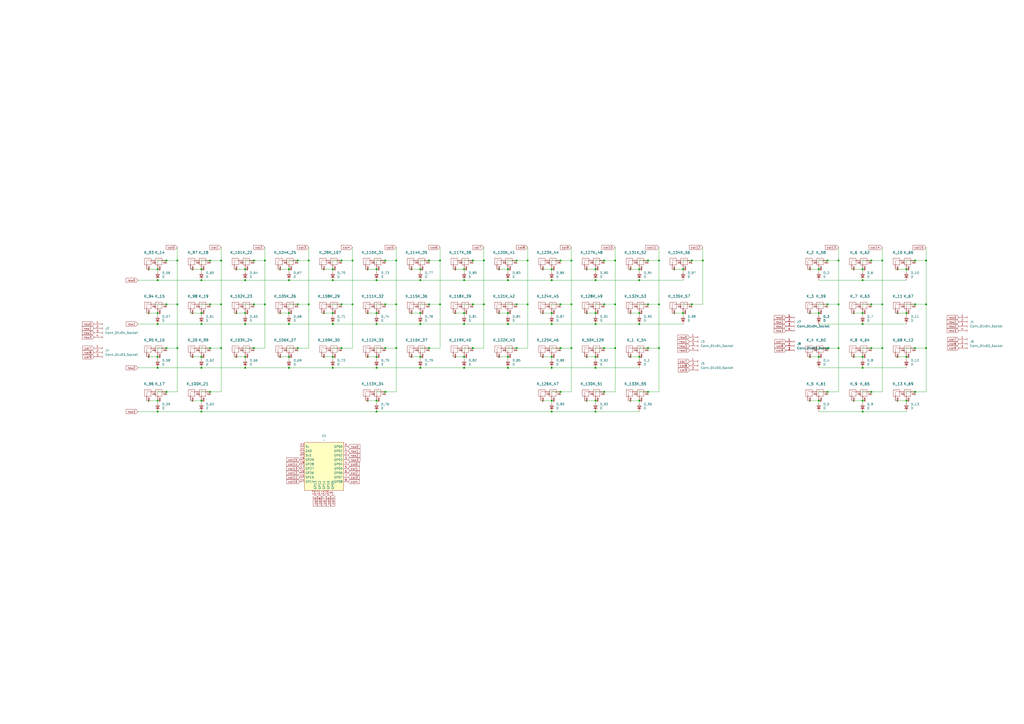
<source format=kicad_sch>
(kicad_sch (version 20231120) (generator "eeschema") (generator_version "8.0")
  (paper "A2")
  (junction (at 121.92 151.13))
  (junction (at 511.81 176.53))
  (junction (at 480.06 176.53))
  (junction (at 116.84 162.56))
  (junction (at 500.38 162.56))
  (junction (at 320.04 213.36))
  (junction (at 193.04 187.96))
  (junction (at 486.41 151.13))
  (junction (at 274.32 151.13))
  (junction (at 375.92 176.53))
  (junction (at 505.46 201.93))
  (junction (at 500.38 181.61))
  (junction (at 294.64 187.96))
  (junction (at 320.04 181.61))
  (junction (at 269.24 187.96))
  (junction (at 299.72 201.93))
  (junction (at 147.32 151.13))
  (junction (at 320.04 238.76))
  (junction (at 370.84 156.21))
  (junction (at 229.87 176.53))
  (junction (at 142.24 213.36))
  (junction (at 193.04 162.56))
  (junction (at 294.64 162.56))
  (junction (at 204.47 151.13))
  (junction (at 102.87 201.93))
  (junction (at 345.44 181.61))
  (junction (at 167.64 162.56))
  (junction (at 306.07 151.13))
  (junction (at 269.24 162.56))
  (junction (at 121.92 176.53))
  (junction (at 401.32 176.53))
  (junction (at 500.38 207.01))
  (junction (at 223.52 227.33))
  (junction (at 102.87 151.13))
  (junction (at 198.12 176.53))
  (junction (at 500.38 187.96))
  (junction (at 505.46 176.53))
  (junction (at 218.44 156.21))
  (junction (at 147.32 201.93))
  (junction (at 248.92 176.53))
  (junction (at 96.52 227.33))
  (junction (at 505.46 151.13))
  (junction (at 91.44 187.96))
  (junction (at 525.78 156.21))
  (junction (at 350.52 151.13))
  (junction (at 229.87 151.13))
  (junction (at 179.07 151.13))
  (junction (at 243.84 213.36))
  (junction (at 500.38 238.76))
  (junction (at 320.04 162.56))
  (junction (at 243.84 207.01))
  (junction (at 243.84 181.61))
  (junction (at 128.27 176.53))
  (junction (at 142.24 162.56))
  (junction (at 128.27 151.13))
  (junction (at 375.92 151.13))
  (junction (at 102.87 176.53))
  (junction (at 142.24 181.61))
  (junction (at 525.78 232.41))
  (junction (at 306.07 176.53))
  (junction (at 121.92 227.33))
  (junction (at 325.12 176.53))
  (junction (at 116.84 207.01))
  (junction (at 320.04 207.01))
  (junction (at 345.44 238.76))
  (junction (at 255.27 176.53))
  (junction (at 167.64 156.21))
  (junction (at 350.52 227.33))
  (junction (at 294.64 156.21))
  (junction (at 407.67 151.13))
  (junction (at 193.04 181.61))
  (junction (at 370.84 232.41))
  (junction (at 142.24 207.01))
  (junction (at 370.84 162.56))
  (junction (at 91.44 181.61))
  (junction (at 153.67 176.53))
  (junction (at 294.64 207.01))
  (junction (at 167.64 187.96))
  (junction (at 274.32 201.93))
  (junction (at 274.32 176.53))
  (junction (at 325.12 201.93))
  (junction (at 96.52 201.93))
  (junction (at 142.24 156.21))
  (junction (at 223.52 151.13))
  (junction (at 116.84 181.61))
  (junction (at 480.06 151.13))
  (junction (at 172.72 201.93))
  (junction (at 345.44 162.56))
  (junction (at 505.46 227.33))
  (junction (at 299.72 151.13))
  (junction (at 255.27 151.13))
  (junction (at 396.24 156.21))
  (junction (at 248.92 151.13))
  (junction (at 153.67 151.13))
  (junction (at 474.98 156.21))
  (junction (at 172.72 151.13))
  (junction (at 486.41 201.93))
  (junction (at 331.47 201.93))
  (junction (at 382.27 201.93))
  (junction (at 370.84 181.61))
  (junction (at 223.52 201.93))
  (junction (at 350.52 176.53))
  (junction (at 218.44 187.96))
  (junction (at 223.52 176.53))
  (junction (at 218.44 232.41))
  (junction (at 116.84 238.76))
  (junction (at 147.32 176.53))
  (junction (at 345.44 156.21))
  (junction (at 91.44 232.41))
  (junction (at 280.67 176.53))
  (junction (at 525.78 181.61))
  (junction (at 91.44 238.76))
  (junction (at 356.87 176.53))
  (junction (at 294.64 213.36))
  (junction (at 320.04 187.96))
  (junction (at 320.04 232.41))
  (junction (at 198.12 151.13))
  (junction (at 350.52 201.93))
  (junction (at 218.44 162.56))
  (junction (at 172.72 176.53))
  (junction (at 370.84 207.01))
  (junction (at 500.38 213.36))
  (junction (at 474.98 232.41))
  (junction (at 537.21 201.93))
  (junction (at 193.04 207.01))
  (junction (at 193.04 213.36))
  (junction (at 96.52 151.13))
  (junction (at 356.87 151.13))
  (junction (at 331.47 176.53))
  (junction (at 193.04 156.21))
  (junction (at 248.92 201.93))
  (junction (at 356.87 201.93))
  (junction (at 243.84 162.56))
  (junction (at 382.27 151.13))
  (junction (at 116.84 187.96))
  (junction (at 218.44 213.36))
  (junction (at 525.78 207.01))
  (junction (at 128.27 201.93))
  (junction (at 511.81 201.93))
  (junction (at 167.64 181.61))
  (junction (at 325.12 227.33))
  (junction (at 474.98 207.01))
  (junction (at 218.44 238.76))
  (junction (at 198.12 201.93))
  (junction (at 474.98 181.61))
  (junction (at 243.84 187.96))
  (junction (at 530.86 201.93))
  (junction (at 294.64 181.61))
  (junction (at 121.92 201.93))
  (junction (at 269.24 213.36))
  (junction (at 116.84 232.41))
  (junction (at 537.21 176.53))
  (junction (at 325.12 151.13))
  (junction (at 500.38 232.41))
  (junction (at 345.44 187.96))
  (junction (at 345.44 207.01))
  (junction (at 204.47 176.53))
  (junction (at 91.44 207.01))
  (junction (at 179.07 176.53))
  (junction (at 116.84 213.36))
  (junction (at 269.24 181.61))
  (junction (at 401.32 151.13))
  (junction (at 375.92 201.93))
  (junction (at 345.44 232.41))
  (junction (at 331.47 151.13))
  (junction (at 91.44 162.56))
  (junction (at 486.41 176.53))
  (junction (at 91.44 156.21))
  (junction (at 280.67 151.13))
  (junction (at 480.06 227.33))
  (junction (at 269.24 207.01))
  (junction (at 530.86 227.33))
  (junction (at 218.44 207.01))
  (junction (at 382.27 176.53))
  (junction (at 500.38 156.21))
  (junction (at 480.06 201.93))
  (junction (at 167.64 213.36))
  (junction (at 530.86 176.53))
  (junction (at 537.21 151.13))
  (junction (at 142.24 187.96))
  (junction (at 396.24 181.61))
  (junction (at 269.24 156.21))
  (junction (at 345.44 213.36))
  (junction (at 116.84 156.21))
  (junction (at 299.72 176.53))
  (junction (at 243.84 156.21))
  (junction (at 229.87 201.93))
  (junction (at 320.04 156.21))
  (junction (at 96.52 176.53))
  (junction (at 218.44 181.61))
  (junction (at 511.81 151.13))
  (junction (at 530.86 151.13))
  (junction (at 167.64 207.01))
  (junction (at 375.92 227.33))
  (junction (at 91.44 213.36))
  (junction (at 370.84 187.96))
  (wire (pts (xy 356.87 227.33) (xy 356.87 201.93)))
  (wire (pts (xy 96.52 176.53) (xy 102.87 176.53)))
  (wire (pts (xy 294.64 156.21) (xy 294.64 157.48)))
  (wire (pts (xy 345.44 213.36) (xy 370.84 213.36)))
  (wire (pts (xy 299.72 151.13) (xy 306.07 151.13)))
  (wire (pts (xy 116.84 156.21) (xy 116.84 157.48)))
  (wire (pts (xy 167.64 156.21) (xy 167.64 157.48)))
  (wire (pts (xy 494.03 156.21) (xy 500.38 156.21)))
  (wire (pts (xy 102.87 143.51) (xy 102.87 151.13)))
  (wire (pts (xy 382.27 143.51) (xy 382.27 151.13)))
  (wire (pts (xy 320.04 238.76) (xy 345.44 238.76)))
  (wire (pts (xy 262.89 181.61) (xy 269.24 181.61)))
  (wire (pts (xy 179.07 201.93) (xy 179.07 176.53)))
  (wire (pts (xy 525.78 181.61) (xy 525.78 182.88)))
  (wire (pts (xy 242.57 151.13) (xy 248.92 151.13)))
  (wire (pts (xy 369.57 201.93) (xy 375.92 201.93)))
  (wire (pts (xy 356.87 201.93) (xy 356.87 176.53)))
  (wire (pts (xy 191.77 151.13) (xy 198.12 151.13)))
  (wire (pts (xy 331.47 227.33) (xy 331.47 201.93)))
  (wire (pts (xy 243.84 156.21) (xy 243.84 157.48)))
  (wire (pts (xy 198.12 201.93) (xy 204.47 201.93)))
  (wire (pts (xy 364.49 207.01) (xy 370.84 207.01)))
  (wire (pts (xy 486.41 143.51) (xy 486.41 151.13)))
  (wire (pts (xy 121.92 151.13) (xy 128.27 151.13)))
  (wire (pts (xy 494.03 232.41) (xy 500.38 232.41)))
  (wire (pts (xy 294.64 207.01) (xy 294.64 208.28)))
  (wire (pts (xy 320.04 213.36) (xy 345.44 213.36)))
  (wire (pts (xy 116.84 187.96) (xy 142.24 187.96)))
  (wire (pts (xy 142.24 181.61) (xy 142.24 182.88)))
  (wire (pts (xy 218.44 238.76) (xy 320.04 238.76)))
  (wire (pts (xy 172.72 176.53) (xy 179.07 176.53)))
  (wire (pts (xy 269.24 162.56) (xy 294.64 162.56)))
  (wire (pts (xy 511.81 201.93) (xy 511.81 176.53)))
  (wire (pts (xy 269.24 181.61) (xy 269.24 182.88)))
  (wire (pts (xy 505.46 151.13) (xy 511.81 151.13)))
  (wire (pts (xy 140.97 176.53) (xy 147.32 176.53)))
  (wire (pts (xy 267.97 201.93) (xy 274.32 201.93)))
  (wire (pts (xy 313.69 232.41) (xy 320.04 232.41)))
  (wire (pts (xy 473.71 176.53) (xy 480.06 176.53)))
  (wire (pts (xy 218.44 232.41) (xy 218.44 233.68)))
  (wire (pts (xy 369.57 227.33) (xy 375.92 227.33)))
  (wire (pts (xy 179.07 143.51) (xy 179.07 151.13)))
  (wire (pts (xy 218.44 156.21) (xy 218.44 157.48)))
  (wire (pts (xy 128.27 151.13) (xy 128.27 176.53)))
  (wire (pts (xy 486.41 151.13) (xy 486.41 176.53)))
  (wire (pts (xy 102.87 151.13) (xy 102.87 176.53)))
  (wire (pts (xy 243.84 162.56) (xy 269.24 162.56)))
  (wire (pts (xy 255.27 143.51) (xy 255.27 151.13)))
  (wire (pts (xy 344.17 227.33) (xy 350.52 227.33)))
  (wire (pts (xy 345.44 156.21) (xy 345.44 157.48)))
  (wire (pts (xy 153.67 143.51) (xy 153.67 151.13)))
  (wire (pts (xy 96.52 151.13) (xy 102.87 151.13)))
  (wire (pts (xy 537.21 143.51) (xy 537.21 151.13)))
  (wire (pts (xy 320.04 181.61) (xy 320.04 182.88)))
  (wire (pts (xy 269.24 207.01) (xy 269.24 208.28)))
  (wire (pts (xy 530.86 201.93) (xy 537.21 201.93)))
  (wire (pts (xy 147.32 176.53) (xy 153.67 176.53)))
  (wire (pts (xy 135.89 181.61) (xy 142.24 181.61)))
  (wire (pts (xy 204.47 143.51) (xy 204.47 151.13)))
  (wire (pts (xy 91.44 232.41) (xy 91.44 233.68)))
  (wire (pts (xy 280.67 143.51) (xy 280.67 151.13)))
  (wire (pts (xy 345.44 232.41) (xy 345.44 233.68)))
  (wire (pts (xy 344.17 176.53) (xy 350.52 176.53)))
  (wire (pts (xy 350.52 201.93) (xy 356.87 201.93)))
  (wire (pts (xy 218.44 207.01) (xy 218.44 208.28)))
  (wire (pts (xy 128.27 201.93) (xy 128.27 176.53)))
  (wire (pts (xy 115.57 227.33) (xy 121.92 227.33)))
  (wire (pts (xy 356.87 143.51) (xy 356.87 151.13)))
  (wire (pts (xy 407.67 143.51) (xy 407.67 151.13)))
  (wire (pts (xy 505.46 227.33) (xy 511.81 227.33)))
  (wire (pts (xy 480.06 176.53) (xy 486.41 176.53)))
  (wire (pts (xy 519.43 181.61) (xy 525.78 181.61)))
  (wire (pts (xy 306.07 201.93) (xy 306.07 176.53)))
  (wire (pts (xy 394.97 176.53) (xy 401.32 176.53)))
  (wire (pts (xy 193.04 156.21) (xy 193.04 157.48)))
  (wire (pts (xy 299.72 201.93) (xy 306.07 201.93)))
  (wire (pts (xy 396.24 156.21) (xy 396.24 157.48)))
  (wire (pts (xy 85.09 232.41) (xy 91.44 232.41)))
  (wire (pts (xy 339.09 207.01) (xy 345.44 207.01)))
  (wire (pts (xy 505.46 176.53) (xy 511.81 176.53)))
  (wire (pts (xy 147.32 201.93) (xy 153.67 201.93)))
  (wire (pts (xy 91.44 238.76) (xy 116.84 238.76)))
  (wire (pts (xy 500.38 181.61) (xy 500.38 182.88)))
  (wire (pts (xy 153.67 201.93) (xy 153.67 176.53)))
  (wire (pts (xy 186.69 181.61) (xy 193.04 181.61)))
  (wire (pts (xy 468.63 156.21) (xy 474.98 156.21)))
  (wire (pts (xy 350.52 176.53) (xy 356.87 176.53)))
  (wire (pts (xy 153.67 151.13) (xy 153.67 176.53)))
  (wire (pts (xy 223.52 151.13) (xy 229.87 151.13)))
  (wire (pts (xy 128.27 227.33) (xy 128.27 201.93)))
  (wire (pts (xy 382.27 151.13) (xy 382.27 176.53)))
  (wire (pts (xy 91.44 187.96) (xy 116.84 187.96)))
  (wire (pts (xy 91.44 213.36) (xy 116.84 213.36)))
  (wire (pts (xy 116.84 162.56) (xy 142.24 162.56)))
  (wire (pts (xy 306.07 143.51) (xy 306.07 151.13)))
  (wire (pts (xy 294.64 187.96) (xy 320.04 187.96)))
  (wire (pts (xy 339.09 156.21) (xy 345.44 156.21)))
  (wire (pts (xy 473.71 227.33) (xy 480.06 227.33)))
  (wire (pts (xy 96.52 227.33) (xy 102.87 227.33)))
  (wire (pts (xy 524.51 176.53) (xy 530.86 176.53)))
  (wire (pts (xy 147.32 151.13) (xy 153.67 151.13)))
  (wire (pts (xy 193.04 213.36) (xy 218.44 213.36)))
  (wire (pts (xy 223.52 176.53) (xy 229.87 176.53)))
  (wire (pts (xy 537.21 151.13) (xy 537.21 176.53)))
  (wire (pts (xy 320.04 232.41) (xy 320.04 233.68)))
  (wire (pts (xy 525.78 156.21) (xy 525.78 157.48)))
  (wire (pts (xy 500.38 207.01) (xy 500.38 208.28)))
  (wire (pts (xy 318.77 227.33) (xy 325.12 227.33)))
  (wire (pts (xy 242.57 176.53) (xy 248.92 176.53)))
  (wire (pts (xy 179.07 151.13) (xy 179.07 176.53)))
  (wire (pts (xy 167.64 181.61) (xy 167.64 182.88)))
  (wire (pts (xy 172.72 151.13) (xy 179.07 151.13)))
  (wire (pts (xy 218.44 213.36) (xy 243.84 213.36)))
  (wire (pts (xy 248.92 151.13) (xy 255.27 151.13)))
  (wire (pts (xy 85.09 181.61) (xy 91.44 181.61)))
  (wire (pts (xy 293.37 151.13) (xy 299.72 151.13)))
  (wire (pts (xy 500.38 187.96) (xy 525.78 187.96)))
  (wire (pts (xy 116.84 207.01) (xy 116.84 208.28)))
  (wire (pts (xy 325.12 227.33) (xy 331.47 227.33)))
  (wire (pts (xy 313.69 207.01) (xy 320.04 207.01)))
  (wire (pts (xy 480.06 151.13) (xy 486.41 151.13)))
  (wire (pts (xy 217.17 176.53) (xy 223.52 176.53)))
  (wire (pts (xy 394.97 151.13) (xy 401.32 151.13)))
  (wire (pts (xy 500.38 238.76) (xy 525.78 238.76)))
  (wire (pts (xy 115.57 151.13) (xy 121.92 151.13)))
  (wire (pts (xy 396.24 181.61) (xy 396.24 182.88)))
  (wire (pts (xy 320.04 187.96) (xy 345.44 187.96)))
  (wire (pts (xy 193.04 187.96) (xy 218.44 187.96)))
  (wire (pts (xy 140.97 201.93) (xy 147.32 201.93)))
  (wire (pts (xy 167.64 213.36) (xy 193.04 213.36)))
  (wire (pts (xy 85.09 207.01) (xy 91.44 207.01)))
  (wire (pts (xy 212.09 232.41) (xy 218.44 232.41)))
  (wire (pts (xy 204.47 201.93) (xy 204.47 176.53)))
  (wire (pts (xy 166.37 151.13) (xy 172.72 151.13)))
  (wire (pts (xy 198.12 176.53) (xy 204.47 176.53)))
  (wire (pts (xy 280.67 151.13) (xy 280.67 176.53)))
  (wire (pts (xy 267.97 176.53) (xy 274.32 176.53)))
  (wire (pts (xy 212.09 207.01) (xy 218.44 207.01)))
  (wire (pts (xy 468.63 232.41) (xy 474.98 232.41)))
  (wire (pts (xy 269.24 156.21) (xy 269.24 157.48)))
  (wire (pts (xy 325.12 151.13) (xy 331.47 151.13)))
  (wire (pts (xy 474.98 207.01) (xy 474.98 208.28)))
  (wire (pts (xy 350.52 227.33) (xy 356.87 227.33)))
  (wire (pts (xy 274.32 151.13) (xy 280.67 151.13)))
  (wire (pts (xy 480.06 227.33) (xy 486.41 227.33)))
  (wire (pts (xy 530.86 151.13) (xy 537.21 151.13)))
  (wire (pts (xy 288.29 156.21) (xy 294.64 156.21)))
  (wire (pts (xy 191.77 176.53) (xy 198.12 176.53)))
  (wire (pts (xy 344.17 201.93) (xy 350.52 201.93)))
  (wire (pts (xy 364.49 156.21) (xy 370.84 156.21)))
  (wire (pts (xy 212.09 156.21) (xy 218.44 156.21)))
  (wire (pts (xy 299.72 176.53) (xy 306.07 176.53)))
  (wire (pts (xy 499.11 176.53) (xy 505.46 176.53)))
  (wire (pts (xy 500.38 156.21) (xy 500.38 157.48)))
  (wire (pts (xy 274.32 201.93) (xy 280.67 201.93)))
  (wire (pts (xy 370.84 181.61) (xy 370.84 182.88)))
  (wire (pts (xy 186.69 156.21) (xy 193.04 156.21)))
  (wire (pts (xy 294.64 162.56) (xy 320.04 162.56)))
  (wire (pts (xy 519.43 232.41) (xy 525.78 232.41)))
  (wire (pts (xy 331.47 143.51) (xy 331.47 151.13)))
  (wire (pts (xy 167.64 207.01) (xy 167.64 208.28)))
  (wire (pts (xy 90.17 151.13) (xy 96.52 151.13)))
  (wire (pts (xy 242.57 201.93) (xy 248.92 201.93)))
  (wire (pts (xy 339.09 232.41) (xy 345.44 232.41)))
  (wire (pts (xy 345.44 181.61) (xy 345.44 182.88)))
  (wire (pts (xy 135.89 156.21) (xy 142.24 156.21)))
  (wire (pts (xy 223.52 227.33) (xy 229.87 227.33)))
  (wire (pts (xy 474.98 162.56) (xy 500.38 162.56)))
  (wire (pts (xy 198.12 151.13) (xy 204.47 151.13)))
  (wire (pts (xy 243.84 207.01) (xy 243.84 208.28)))
  (wire (pts (xy 511.81 143.51) (xy 511.81 151.13)))
  (wire (pts (xy 204.47 151.13) (xy 204.47 176.53)))
  (wire (pts (xy 121.92 176.53) (xy 128.27 176.53)))
  (wire (pts (xy 382.27 227.33) (xy 382.27 201.93)))
  (wire (pts (xy 345.44 187.96) (xy 370.84 187.96)))
  (wire (pts (xy 212.09 181.61) (xy 218.44 181.61)))
  (wire (pts (xy 102.87 201.93) (xy 102.87 176.53)))
  (wire (pts (xy 407.67 151.13) (xy 407.67 176.53)))
  (wire (pts (xy 369.57 151.13) (xy 375.92 151.13)))
  (wire (pts (xy 325.12 201.93) (xy 331.47 201.93)))
  (wire (pts (xy 500.38 162.56) (xy 525.78 162.56)))
  (wire (pts (xy 121.92 227.33) (xy 128.27 227.33)))
  (wire (pts (xy 262.89 207.01) (xy 269.24 207.01)))
  (wire (pts (xy 243.84 181.61) (xy 243.84 182.88)))
  (wire (pts (xy 91.44 156.21) (xy 91.44 157.48)))
  (wire (pts (xy 110.49 232.41) (xy 116.84 232.41)))
  (wire (pts (xy 288.29 181.61) (xy 294.64 181.61)))
  (wire (pts (xy 382.27 201.93) (xy 382.27 176.53)))
  (wire (pts (xy 90.17 176.53) (xy 96.52 176.53)))
  (wire (pts (xy 90.17 227.33) (xy 96.52 227.33)))
  (wire (pts (xy 474.98 187.96) (xy 500.38 187.96)))
  (wire (pts (xy 339.09 181.61) (xy 345.44 181.61)))
  (wire (pts (xy 320.04 156.21) (xy 320.04 157.48)))
  (wire (pts (xy 486.41 227.33) (xy 486.41 201.93)))
  (wire (pts (xy 530.86 227.33) (xy 537.21 227.33)))
  (wire (pts (xy 274.32 176.53) (xy 280.67 176.53)))
  (wire (pts (xy 116.84 238.76) (xy 218.44 238.76)))
  (wire (pts (xy 294.64 181.61) (xy 294.64 182.88)))
  (wire (pts (xy 293.37 201.93) (xy 299.72 201.93)))
  (wire (pts (xy 193.04 181.61) (xy 193.04 182.88)))
  (wire (pts (xy 115.57 201.93) (xy 121.92 201.93)))
  (wire (pts (xy 142.24 213.36) (xy 167.64 213.36)))
  (wire (pts (xy 375.92 151.13) (xy 382.27 151.13)))
  (wire (pts (xy 473.71 201.93) (xy 480.06 201.93)))
  (wire (pts (xy 468.63 181.61) (xy 474.98 181.61)))
  (wire (pts (xy 468.63 207.01) (xy 474.98 207.01)))
  (wire (pts (xy 193.04 207.01) (xy 193.04 208.28)))
  (wire (pts (xy 500.38 213.36) (xy 525.78 213.36)))
  (wire (pts (xy 193.04 162.56) (xy 218.44 162.56)))
  (wire (pts (xy 161.29 156.21) (xy 167.64 156.21)))
  (wire (pts (xy 320.04 207.01) (xy 320.04 208.28)))
  (wire (pts (xy 218.44 162.56) (xy 243.84 162.56)))
  (wire (pts (xy 519.43 156.21) (xy 525.78 156.21)))
  (wire (pts (xy 255.27 201.93) (xy 255.27 176.53)))
  (wire (pts (xy 135.89 207.01) (xy 142.24 207.01)))
  (wire (pts (xy 229.87 201.93) (xy 229.87 176.53)))
  (wire (pts (xy 161.29 181.61) (xy 167.64 181.61)))
  (wire (pts (xy 90.17 201.93) (xy 96.52 201.93)))
  (wire (pts (xy 370.84 162.56) (xy 396.24 162.56)))
  (wire (pts (xy 172.72 201.93) (xy 179.07 201.93)))
  (wire (pts (xy 494.03 207.01) (xy 500.38 207.01)))
  (wire (pts (xy 499.11 151.13) (xy 505.46 151.13)))
  (wire (pts (xy 313.69 156.21) (xy 320.04 156.21)))
  (wire (pts (xy 537.21 201.93) (xy 537.21 176.53)))
  (wire (pts (xy 121.92 201.93) (xy 128.27 201.93)))
  (wire (pts (xy 110.49 207.01) (xy 116.84 207.01)))
  (wire (pts (xy 167.64 162.56) (xy 193.04 162.56)))
  (wire (pts (xy 116.84 213.36) (xy 142.24 213.36)))
  (wire (pts (xy 370.84 232.41) (xy 370.84 233.68)))
  (wire (pts (xy 331.47 201.93) (xy 331.47 176.53)))
  (wire (pts (xy 255.27 151.13) (xy 255.27 176.53)))
  (wire (pts (xy 345.44 162.56) (xy 370.84 162.56)))
  (wire (pts (xy 474.98 156.21) (xy 474.98 157.48)))
  (wire (pts (xy 91.44 181.61) (xy 91.44 182.88)))
  (wire (pts (xy 369.57 176.53) (xy 375.92 176.53)))
  (wire (pts (xy 288.29 207.01) (xy 294.64 207.01)))
  (wire (pts (xy 344.17 151.13) (xy 350.52 151.13)))
  (wire (pts (xy 345.44 238.76) (xy 370.84 238.76)))
  (wire (pts (xy 80.01 238.76) (xy 91.44 238.76)))
  (wire (pts (xy 511.81 151.13) (xy 511.81 176.53)))
  (wire (pts (xy 505.46 201.93) (xy 511.81 201.93)))
  (wire (pts (xy 524.51 227.33) (xy 530.86 227.33)))
  (wire (pts (xy 474.98 238.76) (xy 500.38 238.76)))
  (wire (pts (xy 110.49 156.21) (xy 116.84 156.21)))
  (wire (pts (xy 364.49 232.41) (xy 370.84 232.41)))
  (wire (pts (xy 166.37 201.93) (xy 172.72 201.93)))
  (wire (pts (xy 511.81 227.33) (xy 511.81 201.93)))
  (wire (pts (xy 237.49 156.21) (xy 243.84 156.21)))
  (wire (pts (xy 294.64 213.36) (xy 320.04 213.36)))
  (wire (pts (xy 318.77 201.93) (xy 325.12 201.93)))
  (wire (pts (xy 494.03 181.61) (xy 500.38 181.61)))
  (wire (pts (xy 389.89 181.61) (xy 396.24 181.61)))
  (wire (pts (xy 161.29 207.01) (xy 167.64 207.01)))
  (wire (pts (xy 401.32 176.53) (xy 407.67 176.53)))
  (wire (pts (xy 186.69 207.01) (xy 193.04 207.01)))
  (wire (pts (xy 524.51 201.93) (xy 530.86 201.93)))
  (wire (pts (xy 248.92 176.53) (xy 255.27 176.53)))
  (wire (pts (xy 229.87 143.51) (xy 229.87 151.13)))
  (wire (pts (xy 262.89 156.21) (xy 269.24 156.21)))
  (wire (pts (xy 474.98 232.41) (xy 474.98 233.68)))
  (wire (pts (xy 218.44 181.61) (xy 218.44 182.88)))
  (wire (pts (xy 370.84 187.96) (xy 396.24 187.96)))
  (wire (pts (xy 237.49 181.61) (xy 243.84 181.61)))
  (wire (pts (xy 356.87 151.13) (xy 356.87 176.53)))
  (wire (pts (xy 486.41 201.93) (xy 486.41 176.53)))
  (wire (pts (xy 269.24 213.36) (xy 294.64 213.36)))
  (wire (pts (xy 370.84 207.01) (xy 370.84 208.28)))
  (wire (pts (xy 102.87 227.33) (xy 102.87 201.93)))
  (wire (pts (xy 80.01 213.36) (xy 91.44 213.36)))
  (wire (pts (xy 142.24 156.21) (xy 142.24 157.48)))
  (wire (pts (xy 229.87 227.33) (xy 229.87 201.93)))
  (wire (pts (xy 401.32 151.13) (xy 407.67 151.13)))
  (wire (pts (xy 128.27 143.51) (xy 128.27 151.13)))
  (wire (pts (xy 325.12 176.53) (xy 331.47 176.53)))
  (wire (pts (xy 166.37 176.53) (xy 172.72 176.53)))
  (wire (pts (xy 237.49 207.01) (xy 243.84 207.01)))
  (wire (pts (xy 370.84 156.21) (xy 370.84 157.48)))
  (wire (pts (xy 375.92 201.93) (xy 382.27 201.93)))
  (wire (pts (xy 116.84 181.61) (xy 116.84 182.88)))
  (wire (pts (xy 331.47 151.13) (xy 331.47 176.53)))
  (wire (pts (xy 223.52 201.93) (xy 229.87 201.93)))
  (wire (pts (xy 140.97 151.13) (xy 147.32 151.13)))
  (wire (pts (xy 519.43 207.01) (xy 525.78 207.01)))
  (wire (pts (xy 537.21 227.33) (xy 537.21 201.93)))
  (wire (pts (xy 375.92 227.33) (xy 382.27 227.33)))
  (wire (pts (xy 345.44 207.01) (xy 345.44 208.28)))
  (wire (pts (xy 218.44 187.96) (xy 243.84 187.96)))
  (wire (pts (xy 474.98 213.36) (xy 500.38 213.36)))
  (wire (pts (xy 80.01 162.56) (xy 91.44 162.56)))
  (wire (pts (xy 91.44 162.56) (xy 116.84 162.56)))
  (wire (pts (xy 142.24 207.01) (xy 142.24 208.28)))
  (wire (pts (xy 267.97 151.13) (xy 274.32 151.13)))
  (wire (pts (xy 142.24 187.96) (xy 167.64 187.96)))
  (wire (pts (xy 269.24 187.96) (xy 294.64 187.96)))
  (wire (pts (xy 530.86 176.53) (xy 537.21 176.53)))
  (wire (pts (xy 320.04 162.56) (xy 345.44 162.56)))
  (wire (pts (xy 243.84 187.96) (xy 269.24 187.96)))
  (wire (pts (xy 85.09 156.21) (xy 91.44 156.21)))
  (wire (pts (xy 524.51 151.13) (xy 530.86 151.13)))
  (wire (pts (xy 313.69 181.61) (xy 320.04 181.61)))
  (wire (pts (xy 96.52 201.93) (xy 102.87 201.93)))
  (wire (pts (xy 110.49 181.61) (xy 116.84 181.61)))
  (wire (pts (xy 191.77 201.93) (xy 198.12 201.93)))
  (wire (pts (xy 350.52 151.13) (xy 356.87 151.13)))
  (wire (pts (xy 525.78 232.41) (xy 525.78 233.68)))
  (wire (pts (xy 280.67 201.93) (xy 280.67 176.53)))
  (wire (pts (xy 499.11 227.33) (xy 505.46 227.33)))
  (wire (pts (xy 293.37 176.53) (xy 299.72 176.53)))
  (wire (pts (xy 217.17 151.13) (xy 223.52 151.13)))
  (wire (pts (xy 318.77 176.53) (xy 325.12 176.53)))
  (wire (pts (xy 142.24 162.56) (xy 167.64 162.56)))
  (wire (pts (xy 499.11 201.93) (xy 505.46 201.93)))
  (wire (pts (xy 525.78 207.01) (xy 525.78 208.28)))
  (wire (pts (xy 389.89 156.21) (xy 396.24 156.21)))
  (wire (pts (xy 375.92 176.53) (xy 382.27 176.53)))
  (wire (pts (xy 229.87 151.13) (xy 229.87 176.53)))
  (wire (pts (xy 318.77 151.13) (xy 325.12 151.13)))
  (wire (pts (xy 217.17 201.93) (xy 223.52 201.93)))
  (wire (pts (xy 91.44 207.01) (xy 91.44 208.28)))
  (wire (pts (xy 480.06 201.93) (xy 486.41 201.93)))
  (wire (pts (xy 243.84 213.36) (xy 269.24 213.36)))
  (wire (pts (xy 306.07 151.13) (xy 306.07 176.53)))
  (wire (pts (xy 80.01 187.96) (xy 91.44 187.96)))
  (wire (pts (xy 116.84 232.41) (xy 116.84 233.68)))
  (wire (pts (xy 500.38 232.41) (xy 500.38 233.68)))
  (wire (pts (xy 217.17 227.33) (xy 223.52 227.33)))
  (wire (pts (xy 115.57 176.53) (xy 121.92 176.53)))
  (wire (pts (xy 364.49 181.61) (xy 370.84 181.61)))
  (wire (pts (xy 473.71 151.13) (xy 480.06 151.13)))
  (wire (pts (xy 167.64 187.96) (xy 193.04 187.96)))
  (wire (pts (xy 248.92 201.93) (xy 255.27 201.93)))
  (wire (pts (xy 474.98 181.61) (xy 474.98 182.88)))
  (global_label "row3" (shape input) (at 54.61 195.58 180) (property "Intersheetrefs" "${INTERSHEET_REFS}" (effects (hide yes))))
  (global_label "col8" (shape input) (at 185.42 287.02 270) (property "Intersheetrefs" "${INTERSHEET_REFS}" (effects (hide yes))))
  (global_label "col10" (shape input) (at 173.99 279.4 180) (property "Intersheetrefs" "${INTERSHEET_REFS}" (effects (hide yes))))
  (global_label "row0" (shape input) (at 400.05 195.58 180) (property "Intersheetrefs" "${INTERSHEET_REFS}" (effects (hide yes))))
  (global_label "row2" (shape input) (at 80.01 213.36 180) (property "Intersheetrefs" "${INTERSHEET_REFS}" (effects (hide yes))))
  (global_label "col1" (shape input) (at 128.27 143.51 180) (property "Intersheetrefs" "${INTERSHEET_REFS}" (effects (hide yes))))
  (global_label "col8" (shape input) (at 54.61 204.47 180) (property "Intersheetrefs" "${INTERSHEET_REFS}" (effects (hide yes))))
  (global_label "row3" (shape input) (at 556.26 191.77 180) (property "Intersheetrefs" "${INTERSHEET_REFS}" (effects (hide yes))))
  (global_label "col14" (shape input) (at 173.99 269.24 180) (property "Intersheetrefs" "${INTERSHEET_REFS}" (effects (hide yes))))
  (global_label "col4" (shape input) (at 201.93 279.4 0) (property "Intersheetrefs" "${INTERSHEET_REFS}" (effects (hide yes))))
  (global_label "col12" (shape input) (at 173.99 274.32 180) (property "Intersheetrefs" "${INTERSHEET_REFS}" (effects (hide yes))))
  (global_label "col15" (shape input) (at 173.99 266.7 180) (property "Intersheetrefs" "${INTERSHEET_REFS}" (effects (hide yes))))
  (global_label "row3" (shape input) (at 400.05 203.2 180) (property "Intersheetrefs" "${INTERSHEET_REFS}" (effects (hide yes))))
  (global_label "col0" (shape input) (at 201.93 269.24 0) (property "Intersheetrefs" "${INTERSHEET_REFS}" (effects (hide yes))))
  (global_label "row0" (shape input) (at 556.26 184.15 180) (property "Intersheetrefs" "${INTERSHEET_REFS}" (effects (hide yes))))
  (global_label "row1" (shape input) (at 54.61 190.5 180) (property "Intersheetrefs" "${INTERSHEET_REFS}" (effects (hide yes))))
  (global_label "col5" (shape input) (at 193.04 287.02 270) (property "Intersheetrefs" "${INTERSHEET_REFS}" (effects (hide yes))))
  (global_label "col8" (shape input) (at 400.05 212.09 180) (property "Intersheetrefs" "${INTERSHEET_REFS}" (effects (hide yes))))
  (global_label "row0" (shape input) (at 54.61 187.96 180) (property "Intersheetrefs" "${INTERSHEET_REFS}" (effects (hide yes))))
  (global_label "row0" (shape input) (at 455.93 184.15 180) (property "Intersheetrefs" "${INTERSHEET_REFS}" (effects (hide yes))))
  (global_label "col7" (shape input) (at 400.05 209.55 180) (property "Intersheetrefs" "${INTERSHEET_REFS}" (effects (hide yes))))
  (global_label "col7" (shape input) (at 187.96 287.02 270) (property "Intersheetrefs" "${INTERSHEET_REFS}" (effects (hide yes))))
  (global_label "col6" (shape input) (at 190.5 287.02 270) (property "Intersheetrefs" "${INTERSHEET_REFS}" (effects (hide yes))))
  (global_label "col5" (shape input) (at 229.87 143.51 180) (property "Intersheetrefs" "${INTERSHEET_REFS}" (effects (hide yes))))
  (global_label "col7" (shape input) (at 556.26 196.85 180) (property "Intersheetrefs" "${INTERSHEET_REFS}" (effects (hide yes))))
  (global_label "row3" (shape input) (at 80.01 238.76 180) (property "Intersheetrefs" "${INTERSHEET_REFS}" (effects (hide yes))))
  (global_label "row2" (shape input) (at 54.61 193.04 180) (property "Intersheetrefs" "${INTERSHEET_REFS}" (effects (hide yes))))
  (global_label "row1" (shape input) (at 556.26 186.69 180) (property "Intersheetrefs" "${INTERSHEET_REFS}" (effects (hide yes))))
  (global_label "col12" (shape input) (at 407.67 143.51 180) (property "Intersheetrefs" "${INTERSHEET_REFS}" (effects (hide yes))))
  (global_label "row2" (shape input) (at 400.05 200.66 180) (property "Intersheetrefs" "${INTERSHEET_REFS}" (effects (hide yes))))
  (global_label "col8" (shape input) (at 455.93 200.66 180) (property "Intersheetrefs" "${INTERSHEET_REFS}" (effects (hide yes))))
  (global_label "row1" (shape input) (at 400.05 198.12 180) (property "Intersheetrefs" "${INTERSHEET_REFS}" (effects (hide yes))))
  (global_label "row2" (shape input) (at 455.93 189.23 180) (property "Intersheetrefs" "${INTERSHEET_REFS}" (effects (hide yes))))
  (global_label "col9" (shape input) (at 455.93 203.2 180) (property "Intersheetrefs" "${INTERSHEET_REFS}" (effects (hide yes))))
  (global_label "col6" (shape input) (at 255.27 143.51 180) (property "Intersheetrefs" "${INTERSHEET_REFS}" (effects (hide yes))))
  (global_label "row1" (shape input) (at 201.93 261.62 0) (property "Intersheetrefs" "${INTERSHEET_REFS}" (effects (hide yes))))
  (global_label "col8" (shape input) (at 556.26 199.39 180) (property "Intersheetrefs" "${INTERSHEET_REFS}" (effects (hide yes))))
  (global_label "col1" (shape input) (at 201.93 271.78 0) (property "Intersheetrefs" "${INTERSHEET_REFS}" (effects (hide yes))))
  (global_label "col11" (shape input) (at 382.27 143.51 180) (property "Intersheetrefs" "${INTERSHEET_REFS}" (effects (hide yes))))
  (global_label "col15" (shape input) (at 537.21 143.51 180) (property "Intersheetrefs" "${INTERSHEET_REFS}" (effects (hide yes))))
  (global_label "col13" (shape input) (at 486.41 143.51 180) (property "Intersheetrefs" "${INTERSHEET_REFS}" (effects (hide yes))))
  (global_label "col9" (shape input) (at 331.47 143.51 180) (property "Intersheetrefs" "${INTERSHEET_REFS}" (effects (hide yes))))
  (global_label "col11" (shape input) (at 173.99 276.86 180) (property "Intersheetrefs" "${INTERSHEET_REFS}" (effects (hide yes))))
  (global_label "col0" (shape input) (at 102.87 143.51 180) (property "Intersheetrefs" "${INTERSHEET_REFS}" (effects (hide yes))))
  (global_label "row0" (shape input) (at 80.01 162.56 180) (property "Intersheetrefs" "${INTERSHEET_REFS}" (effects (hide yes))))
  (global_label "col2" (shape input) (at 153.67 143.51 180) (property "Intersheetrefs" "${INTERSHEET_REFS}" (effects (hide yes))))
  (global_label "row3" (shape input) (at 201.93 266.7 0) (property "Intersheetrefs" "${INTERSHEET_REFS}" (effects (hide yes))))
  (global_label "col3" (shape input) (at 179.07 143.51 180) (property "Intersheetrefs" "${INTERSHEET_REFS}" (effects (hide yes))))
  (global_label "row1" (shape input) (at 80.01 187.96 180) (property "Intersheetrefs" "${INTERSHEET_REFS}" (effects (hide yes))))
  (global_label "row2" (shape input) (at 201.93 264.16 0) (property "Intersheetrefs" "${INTERSHEET_REFS}" (effects (hide yes))))
  (global_label "col9" (shape input) (at 54.61 207.01 180) (property "Intersheetrefs" "${INTERSHEET_REFS}" (effects (hide yes))))
  (global_label "col7" (shape input) (at 455.93 198.12 180) (property "Intersheetrefs" "${INTERSHEET_REFS}" (effects (hide yes))))
  (global_label "row1" (shape input) (at 455.93 186.69 180) (property "Intersheetrefs" "${INTERSHEET_REFS}" (effects (hide yes))))
  (global_label "col14" (shape input) (at 511.81 143.51 180) (property "Intersheetrefs" "${INTERSHEET_REFS}" (effects (hide yes))))
  (global_label "col4" (shape input) (at 204.47 143.51 180) (property "Intersheetrefs" "${INTERSHEET_REFS}" (effects (hide yes))))
  (global_label "col7" (shape input) (at 280.67 143.51 180) (property "Intersheetrefs" "${INTERSHEET_REFS}" (effects (hide yes))))
  (global_label "row3" (shape input) (at 455.93 191.77 180) (property "Intersheetrefs" "${INTERSHEET_REFS}" (effects (hide yes))))
  (global_label "row2" (shape input) (at 556.26 189.23 180) (property "Intersheetrefs" "${INTERSHEET_REFS}" (effects (hide yes))))
  (global_label "col8" (shape input) (at 306.07 143.51 180) (property "Intersheetrefs" "${INTERSHEET_REFS}" (effects (hide yes))))
  (global_label "col9" (shape input) (at 400.05 214.63 180) (property "Intersheetrefs" "${INTERSHEET_REFS}" (effects (hide yes))))
  (global_label "col13" (shape input) (at 173.99 271.78 180) (property "Intersheetrefs" "${INTERSHEET_REFS}" (effects (hide yes))))
  (global_label "col2" (shape input) (at 201.93 274.32 0) (property "Intersheetrefs" "${INTERSHEET_REFS}" (effects (hide yes))))
  (global_label "col9" (shape input) (at 556.26 201.93 180) (property "Intersheetrefs" "${INTERSHEET_REFS}" (effects (hide yes))))
  (global_label "col3" (shape input) (at 201.93 276.86 0) (property "Intersheetrefs" "${INTERSHEET_REFS}" (effects (hide yes))))
  (global_label "row0" (shape input) (at 201.93 259.08 0) (property "Intersheetrefs" "${INTERSHEET_REFS}" (effects (hide yes))))
  (global_label "col10" (shape input) (at 356.87 143.51 180) (property "Intersheetrefs" "${INTERSHEET_REFS}" (effects (hide yes))))
  (global_label "col7" (shape input) (at 54.61 201.93 180) (property "Intersheetrefs" "${INTERSHEET_REFS}" (effects (hide yes))))
  (global_label "col9" (shape input) (at 182.88 287.02 270) (property "Intersheetrefs" "${INTERSHEET_REFS}" (effects (hide yes))))
  (symbol (lib_id "Device:D_Small") (at 320.04 236.22 90) (unit 1)
    (property "Reference" "D_89" (at 322.58 234.442 90) (effects (justify right)))
    (property "Value" "D" (at 322.58 236.728 90) (effects (justify right)))
    (property "Footprint" "Diode_SMD:D_SOD-123" (effects (hide yes)))
  )
  (symbol (lib_id "MX_Alps_Hybrid:MX-NoLED") (at 372.11 203.2 0) (unit 1)
    (property "Reference" "K_54" (at 372.11 197.2818 0) (effects (font (size 1.524 1.524))))
    (property "Value" "KEYSW" (effects (hide yes)))
    (property "Footprint" "Gateron_KS33_Solderable:Gateron-KS33-Solderable-1.5U" (effects (hide yes)))
  )
  (symbol (lib_id "Device:D_Small") (at 294.64 210.82 90) (unit 1)
    (property "Reference" "D_85" (at 297.18 209.042 90) (effects (justify right)))
    (property "Value" "D" (at 297.18 211.328 90) (effects (justify right)))
    (property "Footprint" "Diode_SMD:D_SOD-123" (effects (hide yes)))
  )
  (symbol (lib_id "MX_Alps_Hybrid:MX-NoLED") (at 245.11 152.4 0) (unit 1)
    (property "Reference" "K_35" (at 245.11 146.4818 0) (effects (font (size 1.524 1.524))))
    (property "Value" "KEYSW" (effects (hide yes)))
    (property "Footprint" "Gateron_KS33_Solderable:Gateron-KS33-Solderable-1U" (effects (hide yes)))
  )
  (symbol (lib_id "MX_Alps_Hybrid:MX-NoLED") (at 469.9 228.6 0) (unit 1)
    (property "Reference" "K_5" (at 469.9 222.6818 0) (effects (font (size 1.524 1.524))))
    (property "Value" "KEYSW" (effects (hide yes)))
    (property "Footprint" "MX_Solderable:MX-Solderable-1U" (effects (hide yes)))
  )
  (symbol (lib_id "MX_Alps_Hybrid:MX-NoLED") (at 476.25 152.4 0) (unit 1)
    (property "Reference" "K_58" (at 476.25 146.4818 0) (effects (font (size 1.524 1.524))))
    (property "Value" "KEYSW" (effects (hide yes)))
    (property "Footprint" "Gateron_KS33_Solderable:Gateron-KS33-Solderable-1U" (effects (hide yes)))
  )
  (symbol (lib_id "MX_Alps_Hybrid:MX-NoLED") (at 270.51 152.4 0) (unit 1)
    (property "Reference" "K_38" (at 270.51 146.4818 0) (effects (font (size 1.524 1.524))))
    (property "Value" "KEYSW" (effects (hide yes)))
    (property "Footprint" "Gateron_KS33_Solderable:Gateron-KS33-Solderable-1U" (effects (hide yes)))
  )
  (symbol (lib_id "MX_Alps_Hybrid:MX-NoLED") (at 264.16 177.8 0) (unit 1)
    (property "Reference" "K_118" (at 264.16 171.8818 0) (effects (font (size 1.524 1.524))))
    (property "Value" "KEYSW" (effects (hide yes)))
    (property "Footprint" "MX_Solderable:MX-Solderable-1U" (effects (hide yes)))
  )
  (symbol (lib_id "MX_Alps_Hybrid:MX-NoLED") (at 469.9 177.8 0) (unit 1)
    (property "Reference" "K_3" (at 469.9 171.8818 0) (effects (font (size 1.524 1.524))))
    (property "Value" "KEYSW" (effects (hide yes)))
    (property "Footprint" "MX_Solderable:MX-Solderable-1U" (effects (hide yes)))
  )
  (symbol (lib_id "Device:D_Small") (at 294.64 160.02 90) (unit 1)
    (property "Reference" "D_83" (at 297.18 158.242 90) (effects (justify right)))
    (property "Value" "D" (at 297.18 160.528 90) (effects (justify right)))
    (property "Footprint" "Diode_SMD:D_SOD-123" (effects (hide yes)))
  )
  (symbol (lib_id "Device:D_Small") (at 243.84 185.42 90) (unit 1)
    (property "Reference" "D_78" (at 246.38 183.642 90) (effects (justify right)))
    (property "Value" "D" (at 246.38 185.928 90) (effects (justify right)))
    (property "Footprint" "Diode_SMD:D_SOD-123" (effects (hide yes)))
  )
  (symbol (lib_id "MX_Alps_Hybrid:MX-NoLED") (at 187.96 203.2 0) (unit 1)
    (property "Reference" "K_109" (at 187.96 197.2818 0) (effects (font (size 1.524 1.524))))
    (property "Value" "KEYSW" (effects (hide yes)))
    (property "Footprint" "MX_Solderable:MX-Solderable-1U" (effects (hide yes)))
  )
  (symbol (lib_id "Device:D_Small") (at 525.78 185.42 90) (unit 1)
    (property "Reference" "D_11" (at 528.32 183.642 90) (effects (justify right)))
    (property "Value" "D" (at 528.32 185.928 90) (effects (justify right)))
    (property "Footprint" "Diode_SMD:D_SOD-123" (effects (hide yes)))
  )
  (symbol (lib_id "MX_Alps_Hybrid:MX-NoLED") (at 346.71 177.8 0) (unit 1)
    (property "Reference" "K_49" (at 346.71 171.8818 0) (effects (font (size 1.524 1.524))))
    (property "Value" "KEYSW" (effects (hide yes)))
    (property "Footprint" "Gateron_KS33_Solderable:Gateron-KS33-Solderable-1U" (effects (hide yes)))
  )
  (symbol (lib_id "Device:D_Small") (at 218.44 160.02 90) (unit 1)
    (property "Reference" "D_73" (at 220.98 158.242 90) (effects (justify right)))
    (property "Value" "D" (at 220.98 160.528 90) (effects (justify right)))
    (property "Footprint" "Diode_SMD:D_SOD-123" (effects (hide yes)))
  )
  (symbol (lib_id "MX_Alps_Hybrid:MX-NoLED") (at 527.05 152.4 0) (unit 1)
    (property "Reference" "K_66" (at 527.05 146.4818 0) (effects (font (size 1.524 1.524))))
    (property "Value" "KEYSW" (effects (hide yes)))
    (property "Footprint" "Gateron_KS33_Solderable:Gateron-KS33-Solderable-1U" (effects (hide yes)))
  )
  (symbol (lib_id "Device:D_Small") (at 142.24 185.42 90) (unit 1)
    (property "Reference" "D_65" (at 144.78 183.642 90) (effects (justify right)))
    (property "Value" "D" (at 144.78 185.928 90) (effects (justify right)))
    (property "Footprint" "Diode_SMD:D_SOD-123" (effects (hide yes)))
  )
  (symbol (lib_id "MX_Alps_Hybrid:MX-NoLED") (at 168.91 152.4 0) (unit 1)
    (property "Reference" "K_25" (at 168.91 146.4818 0) (effects (font (size 1.524 1.524))))
    (property "Value" "KEYSW" (effects (hide yes)))
    (property "Footprint" "Gateron_KS33_Solderable:Gateron-KS33-Solderable-1U" (effects (hide yes)))
  )
  (symbol (lib_id "Device:D_Small") (at 370.84 160.02 90) (unit 1)
    (property "Reference" "D_94" (at 373.38 158.242 90) (effects (justify right)))
    (property "Value" "D" (at 373.38 160.528 90) (effects (justify right)))
    (property "Footprint" "Diode_SMD:D_SOD-123" (effects (hide yes)))
  )
  (symbol (lib_id "MX_Alps_Hybrid:MX-NoLED") (at 495.3 152.4 0) (unit 1)
    (property "Reference" "K_6" (at 495.3 146.4818 0) (effects (font (size 1.524 1.524))))
    (property "Value" "KEYSW" (effects (hide yes)))
    (property "Footprint" "MX_Solderable:MX-Solderable-1U" (effects (hide yes)))
  )
  (symbol (lib_id "MX_Alps_Hybrid:MX-NoLED") (at 168.91 203.2 0) (unit 1)
    (property "Reference" "K_27" (at 168.91 197.2818 0) (effects (font (size 1.524 1.524))))
    (property "Value" "KEYSW" (effects (hide yes)))
    (property "Footprint" "Gateron_KS33_Solderable:Gateron-KS33-Solderable-1U" (effects (hide yes)))
  )
  (symbol (lib_id "Connector:Conn_01x03_Socket") (at 59.69 204.47 0) (unit 1)
    (property "Reference" "J4" (at 60.96 203.1999 0) (effects (justify left)))
    (property "Value" "Conn_01x03_Socket" (at 60.96 205.7399 0) (effects (justify left)))
    (property "Footprint" "Connector_PinHeader_2.54mm:PinHeader_1x03_P2.54mm_Horizontal" (effects (hide yes)))
    (property "Description" "Generic connector, single row, 01x03, script generated" (effects (hide yes)))
  )
  (symbol (lib_id "MX_Alps_Hybrid:MX-NoLED") (at 527.05 177.8 0) (unit 1)
    (property "Reference" "K_67" (at 527.05 171.8818 0) (effects (font (size 1.524 1.524))))
    (property "Value" "KEYSW" (effects (hide yes)))
    (property "Footprint" "Gateron_KS33_Solderable:Gateron-KS33-Solderable-1U" (effects (hide yes)))
  )
  (symbol (lib_id "Device:D_Small") (at 193.04 210.82 90) (unit 1)
    (property "Reference" "D_72" (at 195.58 209.042 90) (effects (justify right)))
    (property "Value" "D" (at 195.58 211.328 90) (effects (justify right)))
    (property "Footprint" "Diode_SMD:D_SOD-123" (effects (hide yes)))
  )
  (symbol (lib_id "Device:D_Small") (at 218.44 210.82 90) (unit 1)
    (property "Reference" "D_75" (at 220.98 209.042 90) (effects (justify right)))
    (property "Value" "D" (at 220.98 211.328 90) (effects (justify right)))
    (property "Footprint" "Diode_SMD:D_SOD-123" (effects (hide yes)))
  )
  (symbol (lib_id "Connector:Conn_01x03_Socket") (at 561.34 199.39 0) (unit 1)
    (property "Reference" "J6" (at 562.61 198.1199 0) (effects (justify left)))
    (property "Value" "Conn_01x03_Socket" (at 562.61 200.6599 0) (effects (justify left)))
    (property "Footprint" "Connector_PinHeader_2.54mm:PinHeader_1x03_P2.54mm_Horizontal" (effects (hide yes)))
    (property "Description" "Generic connector, single row, 01x03, script generated" (effects (hide yes)))
  )
  (symbol (lib_id "MX_Alps_Hybrid:MX-NoLED") (at 137.16 177.8 0) (unit 1)
    (property "Reference" "K_102" (at 137.16 171.8818 0) (effects (font (size 1.524 1.524))))
    (property "Value" "KEYSW" (effects (hide yes)))
    (property "Footprint" "MX_Solderable:MX-Solderable-1U" (effects (hide yes)))
  )
  (symbol (lib_id "Device:D_Small") (at 294.64 185.42 90) (unit 1)
    (property "Reference" "D_84" (at 297.18 183.642 90) (effects (justify right)))
    (property "Value" "D" (at 297.18 185.928 90) (effects (justify right)))
    (property "Footprint" "Diode_SMD:D_SOD-123" (effects (hide yes)))
  )
  (symbol (lib_id "MX_Alps_Hybrid:MX-NoLED") (at 219.71 177.8 0) (unit 1)
    (property "Reference" "K_32" (at 219.71 171.8818 0) (effects (font (size 1.524 1.524))))
    (property "Value" "KEYSW" (effects (hide yes)))
    (property "Footprint" "Gateron_KS33_Solderable:Gateron-KS33-Solderable-1U" (effects (hide yes)))
  )
  (symbol (lib_id "Device:D_Small") (at 500.38 160.02 90) (unit 1)
    (property "Reference" "D_6" (at 502.92 158.242 90) (effects (justify right)))
    (property "Value" "D" (at 502.92 160.528 90) (effects (justify right)))
    (property "Footprint" "Diode_SMD:D_SOD-123" (effects (hide yes)))
  )
  (symbol (lib_id "MX_Alps_Hybrid:MX-NoLED") (at 365.76 203.2 0) (unit 1)
    (property "Reference" "K_1" (at 365.76 197.2818 0) (effects (font (size 1.524 1.524))))
    (property "Value" "KEYSW" (effects (hide yes)))
    (property "Footprint" "MX_Solderable:MX-Solderable-1.5U" (effects (hide yes)))
  )
  (symbol (lib_id "Device:D_Small") (at 193.04 185.42 90) (unit 1)
    (property "Reference" "D_71" (at 195.58 183.642 90) (effects (justify right)))
    (property "Value" "D" (at 195.58 185.928 90) (effects (justify right)))
    (property "Footprint" "Diode_SMD:D_SOD-123" (effects (hide yes)))
  )
  (symbol (lib_id "Device:D_Small") (at 269.24 185.42 90) (unit 1)
    (property "Reference" "D_81" (at 271.78 183.642 90) (effects (justify right)))
    (property "Value" "D" (at 271.78 185.928 90) (effects (justify right)))
    (property "Footprint" "Diode_SMD:D_SOD-123" (effects (hide yes)))
  )
  (symbol (lib_id "Device:D_Small") (at 474.98 236.22 90) (unit 1)
    (property "Reference" "D_5" (at 477.52 234.442 90) (effects (justify right)))
    (property "Value" "D" (at 477.52 236.728 90) (effects (justify right)))
    (property "Footprint" "Diode_SMD:D_SOD-123" (effects (hide yes)))
  )
  (symbol (lib_id "MX_Alps_Hybrid:MX-NoLED") (at 520.7 177.8 0) (unit 1)
    (property "Reference" "K_11" (at 520.7 171.8818 0) (effects (font (size 1.524 1.524))))
    (property "Value" "KEYSW" (effects (hide yes)))
    (property "Footprint" "MX_Solderable:MX-Solderable-1U" (effects (hide yes)))
  )
  (symbol (lib_id "MX_Alps_Hybrid:MX-NoLED") (at 365.76 177.8 0) (unit 1)
    (property "Reference" "K_132" (at 365.76 171.8818 0) (effects (font (size 1.524 1.524))))
    (property "Value" "KEYSW" (effects (hide yes)))
    (property "Footprint" "MX_Solderable:MX-Solderable-1U" (effects (hide yes)))
  )
  (symbol (lib_id "MX_Alps_Hybrid:MX-NoLED") (at 340.36 152.4 0) (unit 1)
    (property "Reference" "K_127" (at 340.36 146.4818 0) (effects (font (size 1.524 1.524))))
    (property "Value" "KEYSW" (effects (hide yes)))
    (property "Footprint" "MX_Solderable:MX-Solderable-1U" (effects (hide yes)))
  )
  (symbol (lib_id "Device:D_Small") (at 474.98 160.02 90) (unit 1)
    (property "Reference" "D_2" (at 477.52 158.242 90) (effects (justify right)))
    (property "Value" "D" (at 477.52 160.528 90) (effects (justify right)))
    (property "Footprint" "Diode_SMD:D_SOD-123" (effects (hide yes)))
  )
  (symbol (lib_id "MX_Alps_Hybrid:MX-NoLED") (at 314.96 152.4 0) (unit 1)
    (property "Reference" "K_123" (at 314.96 146.4818 0) (effects (font (size 1.524 1.524))))
    (property "Value" "KEYSW" (effects (hide yes)))
    (property "Footprint" "MX_Solderable:MX-Solderable-1U" (effects (hide yes)))
  )
  (symbol (lib_id "MX_Alps_Hybrid:MX-NoLED") (at 143.51 203.2 0) (unit 1)
    (property "Reference" "K_24" (at 143.51 197.2818 0) (effects (font (size 1.524 1.524))))
    (property "Value" "KEYSW" (effects (hide yes)))
    (property "Footprint" "Gateron_KS33_Solderable:Gateron-KS33-Solderable-1U" (effects (hide yes)))
  )
  (symbol (lib_id "MX_Alps_Hybrid:MX-NoLED") (at 321.31 203.2 0) (unit 1)
    (property "Reference" "K_46" (at 321.31 197.2818 0) (effects (font (size 1.524 1.524))))
    (property "Value" "KEYSW" (effects (hide yes)))
    (property "Footprint" "Gateron_KS33_Solderable:Gateron-KS33-Solderable-1U" (effects (hide yes)))
  )
  (symbol (lib_id "MX_Alps_Hybrid:MX-NoLED") (at 86.36 152.4 0) (unit 1)
    (property "Reference" "K_93" (at 86.36 146.4818 0) (effects (font (size 1.524 1.524))))
    (property "Value" "KEYSW" (effects (hide yes)))
    (property "Footprint" "MX_Solderable:MX-Solderable-1U" (effects (hide yes)))
  )
  (symbol (lib_id "MX_Alps_Hybrid:MX-NoLED") (at 92.71 177.8 0) (unit 1)
    (property "Reference" "K_15" (at 92.71 171.8818 0) (effects (font (size 1.524 1.524))))
    (property "Value" "KEYSW" (effects (hide yes)))
    (property "Footprint" "Gateron_KS33_Solderable:Gateron-KS33-Solderable-1.5U" (effects (hide yes)))
  )
  (symbol (lib_id "MX_Alps_Hybrid:MX-NoLED") (at 520.7 152.4 0) (unit 1)
    (property "Reference" "K_10" (at 520.7 146.4818 0) (effects (font (size 1.524 1.524))))
    (property "Value" "KEYSW" (effects (hide yes)))
    (property "Footprint" "MX_Solderable:MX-Solderable-1U" (effects (hide yes)))
  )
  (symbol (lib_id "MX_Alps_Hybrid:MX-NoLED") (at 391.16 152.4 0) (unit 1)
    (property "Reference" "K_134" (at 391.16 146.4818 0) (effects (font (size 1.524 1.524))))
    (property "Value" "KEYSW" (effects (hide yes)))
    (property "Footprint" "MX_Solderable:MX-Solderable-1.5U" (effects (hide yes)))
  )
  (symbol (lib_id "Device:D_Small") (at 474.98 185.42 90) (unit 1)
    (property "Reference" "D_3" (at 477.52 183.642 90) (effects (justify right)))
    (property "Value" "D" (at 477.52 185.928 90) (effects (justify right)))
    (property "Footprint" "Diode_SMD:D_SOD-123" (effects (hide yes)))
  )
  (symbol (lib_id "MX_Alps_Hybrid:MX-NoLED") (at 346.71 203.2 0) (unit 1)
    (property "Reference" "K_129" (at 346.71 197.2818 0) (effects (font (size 1.524 1.524))))
    (property "Value" "KEYSW" (effects (hide yes)))
    (property "Footprint" "MX_Solderable:MX-Solderable-1U" (effects (hide yes)))
  )
  (symbol (lib_id "MX_Alps_Hybrid:MX-NoLED") (at 213.36 152.4 0) (unit 1)
    (property "Reference" "K_110" (at 213.36 146.4818 0) (effects (font (size 1.524 1.524))))
    (property "Value" "KEYSW" (effects (hide yes)))
    (property "Footprint" "MX_Solderable:MX-Solderable-1U" (effects (hide yes)))
  )
  (symbol (lib_id "Device:D_Small") (at 500.38 236.22 90) (unit 1)
    (property "Reference" "D_9" (at 502.92 234.442 90) (effects (justify right)))
    (property "Value" "D" (at 502.92 236.728 90) (effects (justify right)))
    (property "Footprint" "Diode_SMD:D_SOD-123" (effects (hide yes)))
  )
  (symbol (lib_id "Device:D_Small") (at 193.04 160.02 90) (unit 1)
    (property "Reference" "D_70" (at 195.58 158.242 90) (effects (justify right)))
    (property "Value" "D" (at 195.58 160.528 90) (effects (justify right)))
    (property "Footprint" "Diode_SMD:D_SOD-123" (effects (hide yes)))
  )
  (symbol (lib_id "MX_Alps_Hybrid:MX-NoLED") (at 92.71 152.4 0) (unit 1)
    (property "Reference" "K_14" (at 92.71 146.4818 0) (effects (font (size 1.524 1.524))))
    (property "Value" "KEYSW" (effects (hide yes)))
    (property "Footprint" "Gateron_KS33_Solderable:Gateron-KS33-Solderable-1U" (effects (hide yes)))
  )
  (symbol (lib_id "Connector:Conn_01x04_Socket") (at 561.34 186.69 0) (unit 1)
    (property "Reference" "J1" (at 562.61 186.6899 0) (effects (justify left)))
    (property "Value" "Conn_01x04_Socket" (at 562.61 189.2299 0) (effects (justify left)))
    (property "Footprint" "Connector_PinHeader_2.54mm:PinHeader_1x04_P2.54mm_Horizontal" (effects (hide yes)))
    (property "Description" "Generic connector, single row, 01x04, script generated" (effects (hide yes)))
  )
  (symbol (lib_id "Device:D_Small") (at 500.38 185.42 90) (unit 1)
    (property "Reference" "D_7" (at 502.92 183.642 90) (effects (justify right)))
    (property "Value" "D" (at 502.92 185.928 90) (effects (justify right)))
    (property "Footprint" "Diode_SMD:D_SOD-123" (effects (hide yes)))
  )
  (symbol (lib_id "MX_Alps_Hybrid:MX-NoLED") (at 213.36 203.2 0) (unit 1)
    (property "Reference" "K_112" (at 213.36 197.2818 0) (effects (font (size 1.524 1.524))))
    (property "Value" "KEYSW" (effects (hide yes)))
    (property "Footprint" "MX_Solderable:MX-Solderable-1U" (effects (hide yes)))
  )
  (symbol (lib_id "Device:D_Small") (at 345.44 160.02 90) (unit 1)
    (property "Reference" "D_90" (at 347.98 158.242 90) (effects (justify right)))
    (property "Value" "D" (at 347.98 160.528 90) (effects (justify right)))
    (property "Footprint" "Diode_SMD:D_SOD-123" (effects (hide yes)))
  )
  (symbol (lib_id "Device:D_Small") (at 243.84 210.82 90) (unit 1)
    (property "Reference" "D_79" (at 246.38 209.042 90) (effects (justify right)))
    (property "Value" "D" (at 246.38 211.328 90) (effects (justify right)))
    (property "Footprint" "Diode_SMD:D_SOD-123" (effects (hide yes)))
  )
  (symbol (lib_id "MX_Alps_Hybrid:MX-NoLED") (at 501.65 177.8 0) (unit 1)
    (property "Reference" "K_63" (at 501.65 171.8818 0) (effects (font (size 1.524 1.524))))
    (property "Value" "KEYSW" (effects (hide yes)))
    (property "Footprint" "Gateron_KS33_Solderable:Gateron-KS33-Solderable-1U" (effects (hide yes)))
  )
  (symbol (lib_id "Device:D_Small") (at 91.44 185.42 90) (unit 1)
    (property "Reference" "D_57" (at 93.98 183.642 90) (effects (justify right)))
    (property "Value" "D" (at 93.98 185.928 90) (effects (justify right)))
    (property "Footprint" "Diode_SMD:D_SOD-123" (effects (hide yes)))
  )
  (symbol (lib_id "MX_Alps_Hybrid:MX-NoLED") (at 213.36 177.8 0) (unit 1)
    (property "Reference" "K_111" (at 213.36 171.8818 0) (effects (font (size 1.524 1.524))))
    (property "Value" "KEYSW" (effects (hide yes)))
    (property "Footprint" "MX_Solderable:MX-Solderable-1U" (effects (hide yes)))
  )
  (symbol (lib_id "MX_Alps_Hybrid:MX-NoLED") (at 501.65 203.2 0) (unit 1)
    (property "Reference" "K_64" (at 501.65 197.2818 0) (effects (font (size 1.524 1.524))))
    (property "Value" "KEYSW" (effects (hide yes)))
    (property "Footprint" "Gateron_KS33_Solderable:Gateron-KS33-Solderable-1U" (effects (hide yes)))
  )
  (symbol (lib_id "Device:D_Small") (at 370.84 210.82 90) (unit 1)
    (property "Reference" "D_1" (at 373.38 209.042 90) (effects (justify right)))
    (property "Value" "D" (at 373.38 211.328 90) (effects (justify right)))
    (property "Footprint" "Diode_SMD:D_SOD-123" (effects (hide yes)))
  )
  (symbol (lib_id "Device:D_Small") (at 345.44 236.22 90) (unit 1)
    (property "Reference" "D_93" (at 347.98 234.442 90) (effects (justify right)))
    (property "Value" "D" (at 347.98 236.728 90) (effects (justify right)))
    (property "Footprint" "Diode_SMD:D_SOD-123" (effects (hide yes)))
  )
  (symbol (lib_id "Device:D_Small") (at 167.64 185.42 90) (unit 1)
    (property "Reference" "D_68" (at 170.18 183.642 90) (effects (justify right)))
    (property "Value" "D" (at 170.18 185.928 90) (effects (justify right)))
    (property "Footprint" "Diode_SMD:D_SOD-123" (effects (hide yes)))
  )
  (symbol (lib_id "MX_Alps_Hybrid:MX-NoLED") (at 111.76 203.2 0) (unit 1)
    (property "Reference" "K_20" (at 111.76 197.2818 0) (effects (font (size 1.524 1.524))))
    (property "Value" "KEYSW" (effects (hide yes)))
    (property "Footprint" "Gateron_KS33_Solderable:Gateron-KS33-Solderable-1U" (effects (hide yes)))
  )
  (symbol (lib_id "MX_Alps_Hybrid:MX-NoLED") (at 346.71 152.4 0) (unit 1)
    (property "Reference" "K_48" (at 346.71 146.4818 0) (effects (font (size 1.524 1.524))))
    (property "Value" "KEYSW" (effects (hide yes)))
    (property "Footprint" "Gateron_KS33_Solderable:Gateron-KS33-Solderable-1U" (effects (hide yes)))
  )
  (symbol (lib_id "MX_Alps_Hybrid:MX-NoLED") (at 295.91 152.4 0) (unit 1)
    (property "Reference" "K_41" (at 295.91 146.4818 0) (effects (font (size 1.524 1.524))))
    (property "Value" "KEYSW" (effects (hide yes)))
    (property "Footprint" "Gateron_KS33_Solderable:Gateron-KS33-Solderable-1U" (effects (hide yes)))
  )
  (symbol (lib_id "MX_Alps_Hybrid:MX-NoLED") (at 314.96 177.8 0) (unit 1)
    (property "Reference" "K_124" (at 314.96 171.8818 0) (effects (font (size 1.524 1.524))))
    (property "Value" "KEYSW" (effects (hide yes)))
    (property "Footprint" "MX_Solderable:MX-Solderable-1U" (effects (hide yes)))
  )
  (symbol (lib_id "Device:D_Small") (at 142.24 210.82 90) (unit 1)
    (property "Reference" "D_66" (at 144.78 209.042 90) (effects (justify right)))
    (property "Value" "D" (at 144.78 211.328 90) (effects (justify right)))
    (property "Footprint" "Diode_SMD:D_SOD-123" (effects (hide yes)))
  )
  (symbol (lib_id "MX_Alps_Hybrid:MX-NoLED") (at 118.11 228.6 0) (unit 1)
    (property "Reference" "K_21" (at 118.11 222.6818 0) (effects (font (size 1.524 1.524))))
    (property "Value" "KEYSW" (effects (hide yes)))
    (property "Footprint" "Gateron_KS33_Solderable:Gateron-KS33-Solderable-1.5U" (effects (hide yes)))
  )
  (symbol (lib_id "MX_Alps_Hybrid:MX-NoLED") (at 213.36 228.6 0) (unit 1)
    (property "Reference" "K_113" (at 213.36 222.6818 0) (effects (font (size 1.524 1.524))))
    (property "Value" "KEYSW" (effects (hide yes)))
    (property "Footprint" "MX_Solderable:MX-Solderable-6.25U" (effects (hide yes)))
  )
  (symbol (lib_id "MX_Alps_Hybrid:MX-NoLED") (at 346.71 228.6 0) (unit 1)
    (property "Reference" "K_51" (at 346.71 222.6818 0) (effects (font (size 1.524 1.524))))
    (property "Value" "KEYSW" (effects (hide yes)))
    (property "Footprint" "Gateron_KS33_Solderable:Gateron-KS33-Solderable-1U" (effects (hide yes)))
  )
  (symbol (lib_id "Device:D_Small") (at 525.78 210.82 90) (unit 1)
    (property "Reference" "D_12" (at 528.32 209.042 90) (effects (justify right)))
    (property "Value" "D" (at 528.32 211.328 90) (effects (justify right)))
    (property "Footprint" "Diode_SMD:D_SOD-123" (effects (hide yes)))
  )
  (symbol (lib_id "MX_Alps_Hybrid:MX-NoLED") (at 372.11 152.4 0) (unit 1)
    (property "Reference" "K_52" (at 372.11 146.4818 0) (effects (font (size 1.524 1.524))))
    (property "Value" "KEYSW" (effects (hide yes)))
    (property "Footprint" "Gateron_KS33_Solderable:Gateron-KS33-Solderable-1U" (effects (hide yes)))
  )
  (symbol (lib_id "MX_Alps_Hybrid:MX-NoLED") (at 219.71 152.4 0) (unit 1)
    (property "Reference" "K_31" (at 219.71 146.4818 0) (effects (font (size 1.524 1.524))))
    (property "Value" "KEYSW" (effects (hide yes)))
    (property "Footprint" "Gateron_KS33_Solderable:Gateron-KS33-Solderable-1U" (effects (hide yes)))
  )
  (symbol (lib_id "Device:D_Small") (at 320.04 185.42 90) (unit 1)
    (property "Reference" "D_87" (at 322.58 183.642 90) (effects (justify right)))
    (property "Value" "D" (at 322.58 185.928 90) (effects (justify right)))
    (property "Footprint" "Diode_SMD:D_SOD-123" (effects (hide yes)))
  )
  (symbol (lib_id "MX_Alps_Hybrid:MX-NoLED") (at 245.11 177.8 0) (unit 1)
    (property "Reference" "K_36" (at 245.11 171.8818 0) (effects (font (size 1.524 1.524))))
    (property "Value" "KEYSW" (effects (hide yes)))
    (property "Footprint" "Gateron_KS33_Solderable:Gateron-KS33-Solderable-1U" (effects (hide yes)))
  )
  (symbol (lib_id "MX_Alps_Hybrid:MX-NoLED") (at 365.76 152.4 0) (unit 1)
    (property "Reference" "K_131" (at 365.76 146.4818 0) (effects (font (size 1.524 1.524))))
    (property "Value" "KEYSW" (effects (hide yes)))
    (property "Footprint" "MX_Solderable:MX-Solderable-1U" (effects (hide yes)))
  )
  (symbol (lib_id "MX_Alps_Hybrid:MX-NoLED") (at 501.65 228.6 0) (unit 1)
    (property "Reference" "K_65" (at 501.65 222.6818 0) (effects (font (size 1.524 1.524))))
    (property "Value" "KEYSW" (effects (hide yes)))
    (property "Footprint" "Gateron_KS33_Solderable:Gateron-KS33-Solderable-1U" (effects (hide yes)))
  )
  (symbol (lib_id "MX_Alps_Hybrid:MX-NoLED") (at 295.91 203.2 0) (unit 1)
    (property "Reference" "K_43" (at 295.91 197.2818 0) (effects (font (size 1.524 1.524))))
    (property "Value" "KEYSW" (effects (hide yes)))
    (property "Footprint" "Gateron_KS33_Solderable:Gateron-KS33-Solderable-1U" (effects (hide yes)))
  )
  (symbol (lib_id "MX_Alps_Hybrid:MX-NoLED") (at 111.76 152.4 0) (unit 1)
    (property "Reference" "K_97" (at 111.76 146.4818 0) (effects (font (size 1.524 1.524))))
    (property "Value" "KEYSW" (effects (hide yes)))
    (property "Footprint" "MX_Solderable:MX-Solderable-1U" (effects (hide yes)))
  )
  (symbol (lib_id "MX_Alps_Hybrid:MX-NoLED") (at 527.05 228.6 0) (unit 1)
    (property "Reference" "K_69" (at 527.05 222.6818 0) (effects (font (size 1.524 1.524))))
    (property "Value" "KEYSW" (effects (hide yes)))
    (property "Footprint" "Gateron_KS33_Solderable:Gateron-KS33-Solderable-1.25U" (effects (hide yes)))
  )
  (symbol (lib_id "MX_Alps_Hybrid:MX-NoLED") (at 187.96 152.4 0) (unit 1)
    (property "Reference" "K_28" (at 187.96 146.4818 0) (effects (font (size 1.524 1.524))))
    (property "Value" "KEYSW" (effects (hide yes)))
    (property "Footprint" "Gateron_KS33_Solderable:Gateron-KS33-Solderable-1U" (effects (hide yes)))
  )
  (symbol (lib_id "MX_Alps_Hybrid:MX-NoLED") (at 372.11 177.8 0) (unit 1)
    (property "Reference" "K_53" (at 372.11 171.8818 0) (effects (font (size 1.524 1.524))))
    (property "Value" "KEYSW" (effects (hide yes)))
    (property "Footprint" "Gateron_KS33_Solderable:Gateron-KS33-Solderable-1U" (effects (hide yes)))
  )
  (symbol (lib_id "MX_Alps_Hybrid:MX-NoLED") (at 469.9 152.4 0) (unit 1)
    (property "Reference" "K_2" (at 469.9 146.4818 0) (effects (font (size 1.524 1.524))))
    (property "Value" "KEYSW" (effects (hide yes)))
    (property "Footprint" "MX_Solderable:MX-Solderable-1U" (effects (hide yes)))
  )
  (symbol (lib_id "Device:D_Small") (at 345.44 185.42 90) (unit 1)
    (property "Reference" "D_91" (at 347.98 183.642 90) (effects (justify right)))
    (property "Value" "D" (at 347.98 185.928 90) (effects (justify right)))
    (property "Footprint" "Diode_SMD:D_SOD-123" (effects (hide yes)))
  )
  (symbol (lib_id "MX_Alps_Hybrid:MX-NoLED") (at 143.51 177.8 0) (unit 1)
    (property "Reference" "K_23" (at 143.51 171.8818 0) (effects (font (size 1.524 1.524))))
    (property "Value" "KEYSW" (effects (hide yes)))
    (property "Footprint" "Gateron_KS33_Solderable:Gateron-KS33-Solderable-1U" (effects (hide yes)))
  )
  (symbol (lib_id "MX_Alps_Hybrid:MX-NoLED") (at 118.11 203.2 0) (unit 1)
    (property "Reference" "K_99" (at 118.11 197.2818 0) (effects (font (size 1.524 1.524))))
    (property "Value" "KEYSW" (effects (hide yes)))
    (property "Footprint" "MX_Solderable:MX-Solderable-1U" (effects (hide yes)))
  )
  (symbol (lib_id "Device:D_Small") (at 269.24 210.82 90) (unit 1)
    (property "Reference" "D_82" (at 271.78 209.042 90) (effects (justify right)))
    (property "Value" "D" (at 271.78 211.328 90) (effects (justify right)))
    (property "Footprint" "Diode_SMD:D_SOD-123" (effects (hide yes)))
  )
  (symbol (lib_id "MX_Alps_Hybrid:MX-NoLED") (at 194.31 177.8 0) (unit 1)
    (property "Reference" "K_29" (at 194.31 171.8818 0) (effects (font (size 1.524 1.524))))
    (property "Value" "KEYSW" (effects (hide yes)))
    (property "Footprint" "Gateron_KS33_Solderable:Gateron-KS33-Solderable-1U" (effects (hide yes)))
  )
  (symbol (lib_id "MX_Alps_Hybrid:MX-NoLED") (at 501.65 152.4 0) (unit 1)
    (property "Reference" "K_62" (at 501.65 146.4818 0) (effects (font (size 1.524 1.524))))
    (property "Value" "KEYSW" (effects (hide yes)))
    (property "Footprint" "Gateron_KS33_Solderable:Gateron-KS33-Solderable-1U" (effects (hide yes)))
  )
  (symbol (lib_id "MX_Alps_Hybrid:MX-NoLED") (at 168.91 177.8 0) (unit 1)
    (property "Reference" "K_26" (at 168.91 171.8818 0) (effects (font (size 1.524 1.524))))
    (property "Value" "KEYSW" (effects (hide yes)))
    (property "Footprint" "Gateron_KS33_Solderable:Gateron-KS33-Solderable-1U" (effects (hide yes)))
  )
  (symbol (lib_id "Device:D_Small") (at 269.24 160.02 90) (unit 1)
    (property "Reference" "D_80" (at 271.78 158.242 90) (effects (justify right)))
    (property "Value" "D" (at 271.78 160.528 90) (effects (justify right)))
    (property "Footprint" "Diode_SMD:D_SOD-123" (effects (hide yes)))
  )
  (symbol (lib_id "Device:D_Small") (at 396.24 160.02 90) (unit 1)
    (property "Reference" "D_97" (at 398.78 158.242 90) (effects (justify right)))
    (property "Value" "D" (at 398.78 160.528 90) (effects (justify right)))
    (property "Footprint" "Diode_SMD:D_SOD-123" (effects (hide yes)))
  )
  (symbol (lib_id "MX_Alps_Hybrid:MX-NoLED") (at 397.51 177.8 0) (unit 1)
    (property "Reference" "K_57" (at 397.51 171.8818 0) (effects (font (size 1.524 1.524))))
    (property "Value" "KEYSW" (effects (hide yes)))
    (property "Footprint" "Gateron_KS33_Solderable:Gateron-KS33-Solderable-1U" (effects (hide yes)))
  )
  (symbol (lib_id "MX_Alps_Hybrid:MX-NoLED") (at 321.31 152.4 0) (unit 1)
    (property "Reference" "K_44" (at 321.31 146.4818 0) (effects (font (size 1.524 1.524))))
    (property "Value" "KEYSW" (effects (hide yes)))
    (property "Footprint" "Gateron_KS33_Solderable:Gateron-KS33-Solderable-1U" (effects (hide yes)))
  )
  (symbol (lib_id "Connector:Conn_01x04_Socket") (at 405.13 198.12 0) (unit 1)
    (property "Reference" "J3" (at 406.4 198.1199 0) (effects (justify left)))
    (property "Value" "Conn_01x04_Socket" (at 406.4 200.6599 0) (effects (justify left)))
    (property "Footprint" "Connector_PinHeader_2.54mm:PinHeader_1x04_P2.54mm_Horizontal" (effects (hide yes)))
    (property "Description" "Generic connector, single row, 01x04, script generated" (effects (hide yes)))
  )
  (symbol (lib_id "MX_Alps_Hybrid:MX-NoLED") (at 340.36 203.2 0) (unit 1)
    (property "Reference" "K_50" (at 340.36 197.2818 0) (effects (font (size 1.524 1.524))))
    (property "Value" "KEYSW" (effects (hide yes)))
    (property "Footprint" "Gateron_KS33_Solderable:Gateron-KS33-Solderable-1U" (effects (hide yes)))
  )
  (symbol (lib_id "Connector:Conn_01x03_Socket") (at 461.01 200.66 0) (unit 1)
    (property "Reference" "J8" (at 462.28 199.3899 0) (effects (justify left)))
    (property "Value" "Conn_01x03_Socket" (at 462.28 201.9299 0) (effects (justify left)))
    (property "Footprint" "Connector_PinHeader_2.54mm:PinHeader_1x03_P2.54mm_Horizontal" (effects (hide yes)))
    (property "Description" "Generic connector, single row, 01x03, script generated" (effects (hide yes)))
  )
  (symbol (lib_id "Device:D_Small") (at 396.24 185.42 90) (unit 1)
    (property "Reference" "D_98" (at 398.78 183.642 90) (effects (justify right)))
    (property "Value" "D" (at 398.78 185.928 90) (effects (justify right)))
    (property "Footprint" "Diode_SMD:D_SOD-123" (effects (hide yes)))
  )
  (symbol (lib_id "MX_Alps_Hybrid:MX-NoLED") (at 270.51 203.2 0) (unit 1)
    (property "Reference" "K_40" (at 270.51 197.2818 0) (effects (font (size 1.524 1.524))))
    (property "Value" "KEYSW" (effects (hide yes)))
    (property "Footprint" "Gateron_KS33_Solderable:Gateron-KS33-Solderable-1U" (effects (hide yes)))
  )
  (symbol (lib_id "Device:D_Small") (at 142.24 160.02 90) (unit 1)
    (property "Reference" "D_64" (at 144.78 158.242 90) (effects (justify right)))
    (property "Value" "D" (at 144.78 160.528 90) (effects (justify right)))
    (property "Footprint" "Diode_SMD:D_SOD-123" (effects (hide yes)))
  )
  (symbol (lib_id "Device:D_Small") (at 91.44 236.22 90) (unit 1)
    (property "Reference" "D_59" (at 93.98 234.442 90) (effects (justify right)))
    (property "Value" "D" (at 93.98 236.728 90) (effects (justify right)))
    (property "Footprint" "Diode_SMD:D_SOD-123" (effects (hide yes)))
  )
  (symbol (lib_id "Device:D_Small") (at 91.44 210.82 90) (unit 1)
    (property "Reference" "D_58" (at 93.98 209.042 90) (effects (justify right)))
    (property "Value" "D" (at 93.98 211.328 90) (effects (justify right)))
    (property "Footprint" "Diode_SMD:D_SOD-123" (effects (hide yes)))
  )
  (symbol (lib_id "MX_Alps_Hybrid:MX-NoLED") (at 264.16 152.4 0) (unit 1)
    (property "Reference" "K_117" (at 264.16 146.4818 0) (effects (font (size 1.524 1.524))))
    (property "Value" "KEYSW" (effects (hide yes)))
    (property "Footprint" "MX_Solderable:MX-Solderable-1U" (effects (hide yes)))
  )
  (symbol (lib_id "MX_Alps_Hybrid:MX-NoLED") (at 314.96 203.2 0) (unit 1)
    (property "Reference" "K_125" (at 314.96 197.2818 0) (effects (font (size 1.524 1.524))))
    (property "Value" "KEYSW" (effects (hide yes)))
    (property "Footprint" "MX_Solderable:MX-Solderable-1U" (effects (hide yes)))
  )
  (symbol (lib_id "Device:D_Small") (at 320.04 160.02 90) (unit 1)
    (property "Reference" "D_86" (at 322.58 158.242 90) (effects (justify right)))
    (property "Value" "D" (at 322.58 160.528 90) (effects (justify right)))
    (property "Footprint" "Diode_SMD:D_SOD-123" (effects (hide yes)))
  )
  (symbol (lib_id "JohnDeere:Waveshare_rp2040_Zero") (at 187.96 269.24 0) (unit 1)
    (property "Reference" "U1" (at 187.96 252.73 0))
    (property "Value" "~" (at 187.96 255.27 0))
    (property "Footprint" "JohnDeereLibrary:Waveshare_rp2040_Tiny" (effects (hide yes)))
  )
  (symbol (lib_id "MX_Alps_Hybrid:MX-NoLED") (at 118.11 152.4 0) (unit 1)
    (property "Reference" "K_18" (at 118.11 146.4818 0) (effects (font (size 1.524 1.524))))
    (property "Value" "KEYSW" (effects (hide yes)))
    (property "Footprint" "Gateron_KS33_Solderable:Gateron-KS33-Solderable-1U" (effects (hide yes)))
  )
  (symbol (lib_id "MX_Alps_Hybrid:MX-NoLED") (at 340.36 228.6 0) (unit 1)
    (property "Reference" "K_130" (at 340.36 222.6818 0) (effects (font (size 1.524 1.524))))
    (property "Value" "KEYSW" (effects (hide yes)))
    (property "Footprint" "MX_Solderable:MX-Solderable-1U" (effects (hide yes)))
  )
  (symbol (lib_id "MX_Alps_Hybrid:MX-NoLED") (at 194.31 203.2 0) (unit 1)
    (property "Reference" "K_30" (at 194.31 197.2818 0) (effects (font (size 1.524 1.524))))
    (property "Value" "KEYSW" (effects (hide yes)))
    (property "Footprint" "Gateron_KS33_Solderable:Gateron-KS33-Solderable-1U" (effects (hide yes)))
  )
  (symbol (lib_id "Device:D_Small") (at 525.78 160.02 90) (unit 1)
    (property "Reference" "D_10" (at 528.32 158.242 90) (effects (justify right)))
    (property "Value" "D" (at 528.32 160.528 90) (effects (justify right)))
    (property "Footprint" "Diode_SMD:D_SOD-123" (effects (hide yes)))
  )
  (symbol (lib_id "MX_Alps_Hybrid:MX-NoLED") (at 187.96 177.8 0) (unit 1)
    (property "Reference" "K_108" (at 187.96 171.8818 0) (effects (font (size 1.524 1.524))))
    (property "Value" "KEYSW" (effects (hide yes)))
    (property "Footprint" "MX_Solderable:MX-Solderable-1U" (effects (hide yes)))
  )
  (symbol (lib_id "MX_Alps_Hybrid:MX-NoLED") (at 397.51 152.4 0) (unit 1)
    (property "Reference" "K_56" (at 397.51 146.4818 0) (effects (font (size 1.524 1.524))))
    (property "Value" "KEYSW" (effects (hide yes)))
    (property "Footprint" "Gateron_KS33_Solderable:Gateron-KS33-Solderable-1.5U" (effects (hide yes)))
  )
  (symbol (lib_id "MX_Alps_Hybrid:MX-NoLED") (at 321.31 228.6 0) (unit 1)
    (property "Reference" "K_47" (at 321.31 222.6818 0) (effects (font (size 1.524 1.524))))
    (property "Value" "KEYSW" (effects (hide yes)))
    (property "Footprint" "Gateron_KS33_Solderable:Gateron-KS33-Solderable-1.25U" (effects (hide yes)))
  )
  (symbol (lib_id "MX_Alps_Hybrid:MX-NoLED") (at 92.71 228.6 0) (unit 1)
    (property "Reference" "K_17" (at 92.71 222.6818 0) (effects (font (size 1.524 1.524))))
    (property "Value" "KEYSW" (effects (hide yes)))
    (property "Footprint" "Gateron_KS33_Solderable:Gateron-KS33-Solderable-1U" (effects (hide yes)))
  )
  (symbol (lib_id "Device:D_Small") (at 370.84 236.22 90) (unit 1)
    (property "Reference" "D_96" (at 373.38 234.442 90) (effects (justify right)))
    (property "Value" "D" (at 373.38 236.728 90) (effects (justify right)))
    (property "Footprint" "Diode_SMD:D_SOD-123" (effects (hide yes)))
  )
  (symbol (lib_id "MX_Alps_Hybrid:MX-NoLED") (at 162.56 152.4 0) (unit 1)
    (property "Reference" "K_104" (at 162.56 146.4818 0) (effects (font (size 1.524 1.524))))
    (property "Value" "KEYSW" (effects (hide yes)))
    (property "Footprint" "MX_Solderable:MX-Solderable-1U" (effects (hide yes)))
  )
  (symbol (lib_id "Device:D_Small") (at 91.44 160.02 90) (unit 1)
    (property "Reference" "D_56" (at 93.98 158.242 90) (effects (justify right)))
    (property "Value" "D" (at 93.98 160.528 90) (effects (justify right)))
    (property "Footprint" "Diode_SMD:D_SOD-123" (effects (hide yes)))
  )
  (symbol (lib_id "Device:D_Small") (at 243.84 160.02 90) (unit 1)
    (property "Reference" "D_77" (at 246.38 158.242 90) (effects (justify right)))
    (property "Value" "D" (at 246.38 160.528 90) (effects (justify right)))
    (property "Footprint" "Diode_SMD:D_SOD-123" (effects (hide yes)))
  )
  (symbol (lib_id "MX_Alps_Hybrid:MX-NoLED") (at 476.25 177.8 0) (unit 1)
    (property "Reference" "K_59" (at 476.25 171.8818 0) (effects (font (size 1.524 1.524))))
    (property "Value" "KEYSW" (effects (hide yes)))
    (property "Footprint" "Gateron_KS33_Solderable:Gateron-KS33-Solderable-1U" (effects (hide yes)))
  )
  (symbol (lib_id "MX_Alps_Hybrid:MX-NoLED") (at 476.25 228.6 0) (unit 1)
    (property "Reference" "K_61" (at 476.25 222.6818 0) (effects (font (size 1.524 1.524))))
    (property "Value" "KEYSW" (effects (hide yes)))
    (property "Footprint" "Gateron_KS33_Solderable:Gateron-KS33-Solderable-1.25U" (effects (hide yes)))
  )
  (symbol (lib_id "Device:D_Small") (at 345.44 210.82 90) (unit 1)
    (property "Reference" "D_92" (at 347.98 209.042 90) (effects (justify right)))
    (property "Value" "D" (at 347.98 211.328 90) (effects (justify right)))
    (property "Footprint" "Diode_SMD:D_SOD-123" (effects (hide yes)))
  )
  (symbol (lib_id "MX_Alps_Hybrid:MX-NoLED") (at 92.71 203.2 0) (unit 1)
    (property "Reference" "K_16" (at 92.71 197.2818 0) (effects (font (size 1.524 1.524))))
    (property "Value" "KEYSW" (effects (hide yes)))
    (property "Footprint" "Gateron_KS33_Solderable:Gateron-KS33-Solderable-2U" (effects (hide yes)))
  )
  (symbol (lib_id "MX_Alps_Hybrid:MX-NoLED") (at 219.71 228.6 0) (unit 1)
    (property "Reference" "K_34" (at 219.71 222.6818 0) (effects (font (size 1.524 1.524))))
    (property "Value" "KEYSW" (effects (hide yes)))
    (property "Footprint" "Gateron_KS33_Solderable:Gateron-KS33-Solderable-6.25U" (effects (hide yes)))
  )
  (symbol (lib_id "Device:D_Small") (at 320.04 210.82 90) (unit 1)
    (property "Reference" "D_88" (at 322.58 209.042 90) (effects (justify right)))
    (property "Value" "D" (at 322.58 211.328 90) (effects (justify right)))
    (property "Footprint" "Diode_SMD:D_SOD-123" (effects (hide yes)))
  )
  (symbol (lib_id "MX_Alps_Hybrid:MX-NoLED") (at 469.9 203.2 0) (unit 1)
    (property "Reference" "K_4" (at 469.9 197.2818 0) (effects (font (size 1.524 1.524))))
    (property "Value" "KEYSW" (effects (hide yes)))
    (property "Footprint" "MX_Solderable:MX-Solderable-1U" (effects (hide yes)))
  )
  (symbol (lib_id "Device:D_Small") (at 116.84 210.82 90) (unit 1)
    (property "Reference" "D_62" (at 119.38 209.042 90) (effects (justify right)))
    (property "Value" "D" (at 119.38 211.328 90) (effects (justify right)))
    (property "Footprint" "Diode_SMD:D_SOD-123" (effects (hide yes)))
  )
  (symbol (lib_id "MX_Alps_Hybrid:MX-NoLED") (at 289.56 152.4 0) (unit 1)
    (property "Reference" "K_120" (at 289.56 146.4818 0) (effects (font (size 1.524 1.524))))
    (property "Value" "KEYSW" (effects (hide yes)))
    (property "Footprint" "MX_Solderable:MX-Solderable-1U" (effects (hide yes)))
  )
  (symbol (lib_id "Device:D_Small") (at 167.64 160.02 90) (unit 1)
    (property "Reference" "D_67" (at 170.18 158.242 90) (effects (justify right)))
    (property "Value" "D" (at 170.18 160.528 90) (effects (justify right)))
    (property "Footprint" "Diode_SMD:D_SOD-123" (effects (hide yes)))
  )
  (symbol (lib_id "MX_Alps_Hybrid:MX-NoLED") (at 340.36 177.8 0) (unit 1)
    (property "Reference" "K_128" (at 340.36 171.8818 0) (effects (font (size 1.524 1.524))))
    (property "Value" "KEYSW" (effects (hide yes)))
    (property "Footprint" "MX_Solderable:MX-Solderable-1U" (effects (hide yes)))
  )
  (symbol (lib_id "MX_Alps_Hybrid:MX-NoLED") (at 238.76 152.4 0) (unit 1)
    (property "Reference" "K_114" (at 238.76 146.4818 0) (effects (font (size 1.524 1.524))))
    (property "Value" "KEYSW" (effects (hide yes)))
    (property "Footprint" "MX_Solderable:MX-Solderable-1U" (effects (hide yes)))
  )
  (symbol (lib_id "MX_Alps_Hybrid:MX-NoLED") (at 314.96 228.6 0) (unit 1)
    (property "Reference" "K_126" (at 314.96 222.6818 0) (effects (font (size 1.524 1.524))))
    (property "Value" "KEYSW" (effects (hide yes)))
    (property "Footprint" "MX_Solderable:MX-Solderable-1.25U" (effects (hide yes)))
  )
  (symbol (lib_id "MX_Alps_Hybrid:MX-NoLED") (at 219.71 203.2 0) (unit 1)
    (property "Reference" "K_33" (at 219.71 197.2818 0) (effects (font (size 1.524 1.524))))
    (property "Value" "KEYSW" (effects (hide yes)))
    (property "Footprint" "Gateron_KS33_Solderable:Gateron-KS33-Solderable-1U" (effects (hide yes)))
  )
  (symbol (lib_id "MX_Alps_Hybrid:MX-NoLED") (at 495.3 228.6 0) (unit 1)
    (property "Reference" "K_9" (at 495.3 222.6818 0) (effects (font (size 1.524 1.524))))
    (property "Value" "KEYSW" (effects (hide yes)))
    (property "Footprint" "MX_Solderable:MX-Solderable-1U" (effects (hide yes)))
  )
  (symbol (lib_id "Device:D_Small") (at 218.44 236.22 90) (unit 1)
    (property "Reference" "D_76" (at 220.98 234.442 90) (effects (justify right)))
    (property "Value" "D" (at 220.98 236.728 90) (effects (justify right)))
    (property "Footprint" "Diode_SMD:D_SOD-123" (effects (hide yes)))
  )
  (symbol (lib_id "MX_Alps_Hybrid:MX-NoLED") (at 495.3 177.8 0) (unit 1)
    (property "Reference" "K_7" (at 495.3 171.8818 0) (effects (font (size 1.524 1.524))))
    (property "Value" "KEYSW" (effects (hide yes)))
    (property "Footprint" "MX_Solderable:MX-Solderable-1U" (effects (hide yes)))
  )
  (symbol (lib_id "MX_Alps_Hybrid:MX-NoLED") (at 270.51 177.8 0) (unit 1)
    (property "Reference" "K_39" (at 270.51 171.8818 0) (effects (font (size 1.524 1.524))))
    (property "Value" "KEYSW" (effects (hide yes)))
    (property "Footprint" "Gateron_KS33_Solderable:Gateron-KS33-Solderable-1U" (effects (hide yes)))
  )
  (symbol (lib_id "Device:D_Small") (at 116.84 236.22 90) (unit 1)
    (property "Reference" "D_63" (at 119.38 234.442 90) (effects (justify right)))
    (property "Value" "D" (at 119.38 236.728 90) (effects (justify right)))
    (property "Footprint" "Diode_SMD:D_SOD-123" (effects (hide yes)))
  )
  (symbol (lib_id "MX_Alps_Hybrid:MX-NoLED") (at 289.56 203.2 0) (unit 1)
    (property "Reference" "K_122" (at 289.56 197.2818 0) (effects (font (size 1.524 1.524))))
    (property "Value" "KEYSW" (effects (hide yes)))
    (property "Footprint" "MX_Solderable:MX-Solderable-1U" (effects (hide yes)))
  )
  (symbol (lib_id "MX_Alps_Hybrid:MX-NoLED") (at 111.76 177.8 0) (unit 1)
    (property "Reference" "K_98" (at 111.76 171.8818 0) (effects (font (size 1.524 1.524))))
    (property "Value" "KEYSW" (effects (hide yes)))
    (property "Footprint" "MX_Solderable:MX-Solderable-1U" (effects (hide yes)))
  )
  (symbol (lib_id "Connector:Conn_01x03_Socket") (at 405.13 212.09 0) (unit 1)
    (property "Reference" "J5" (at 406.4 210.8199 0) (effects (justify left)))
    (property "Value" "Conn_01x03_Socket" (at 406.4 213.3599 0) (effects (justify left)))
    (property "Footprint" "Connector_PinHeader_2.54mm:PinHeader_1x03_P2.54mm_Horizontal" (effects (hide yes)))
    (property "Description" "Generic connector, single row, 01x03, script generated" (effects (hide yes)))
  )
  (symbol (lib_id "MX_Alps_Hybrid:MX-NoLED") (at 295.91 177.8 0) (unit 1)
    (property "Reference" "K_42" (at 295.91 171.8818 0) (effects (font (size 1.524 1.524))))
    (property "Value" "KEYSW" (effects (hide yes)))
    (property "Footprint" "Gateron_KS33_Solderable:Gateron-KS33-Solderable-1U" (effects (hide yes)))
  )
  (symbol (lib_id "MX_Alps_Hybrid:MX-NoLED") (at 527.05 203.2 0) (unit 1)
    (property "Reference" "K_12" (at 527.05 197.2818 0) (effects (font (size 1.524 1.524))))
    (property "Value" "KEYSW" (effects (hide yes)))
    (property "Footprint" "MX_Solderable:MX-Solderable-1U" (effects (hide yes)))
  )
  (symbol (lib_id "Device:D_Small") (at 474.98 210.82 90) (unit 1)
    (property "Reference" "D_4" (at 477.52 209.042 90) (effects (justify right)))
    (property "Value" "D" (at 477.52 211.328 90) (effects (justify right)))
    (property "Footprint" "Diode_SMD:D_SOD-123" (effects (hide yes)))
  )
  (symbol (lib_id "MX_Alps_Hybrid:MX-NoLED") (at 137.16 203.2 0) (unit 1)
    (property "Reference" "K_103" (at 137.16 197.2818 0) (effects (font (size 1.524 1.524))))
    (property "Value" "KEYSW" (effects (hide yes)))
    (property "Footprint" "MX_Solderable:MX-Solderable-1U" (effects (hide yes)))
  )
  (symbol (lib_id "MX_Alps_Hybrid:MX-NoLED") (at 143.51 152.4 0) (unit 1)
    (property "Reference" "K_22" (at 143.51 146.4818 0) (effects (font (size 1.524 1.524))))
    (property "Value" "KEYSW" (effects (hide yes)))
    (property "Footprint" "Gateron_KS33_Solderable:Gateron-KS33-Solderable-1U" (effects (hide yes)))
  )
  (symbol (lib_id "MX_Alps_Hybrid:MX-NoLED") (at 245.11 203.2 0) (unit 1)
    (property "Reference" "K_37" (at 245.11 197.2818 0) (effects (font (size 1.524 1.524))))
    (property "Value" "KEYSW" (effects (hide yes)))
    (property "Footprint" "Gateron_KS33_Solderable:Gateron-KS33-Solderable-1U" (effects (hide yes)))
  )
  (symbol (lib_id "MX_Alps_Hybrid:MX-NoLED") (at 520.7 203.2 0) (unit 1)
    (property "Reference" "K_68" (at 520.7 197.2818 0) (effects (font (size 1.524 1.524))))
    (property "Value" "KEYSW" (effects (hide yes)))
    (property "Footprint" "Gateron_KS33_Solderable:Gateron-KS33-Solderable-1U" (effects (hide yes)))
  )
  (symbol (lib_id "Connector:Conn_01x04_Socket") (at 461.01 186.69 0) (unit 1)
    (property "Reference" "J7" (at 462.28 186.6899 0) (effects (justify left)))
    (property "Value" "Conn_01x04_Socket" (at 462.28 189.2299 0) (effects (justify left)))
    (property "Footprint" "Connector_PinHeader_2.54mm:PinHeader_1x04_P2.54mm_Horizontal" (effects (hide yes)))
    (property "Description" "Generic connector, single row, 01x04, script generated" (effects (hide yes)))
  )
  (symbol (lib_id "Device:D_Small") (at 370.84 185.42 90) (unit 1)
    (property "Reference" "D_95" (at 373.38 183.642 90) (effects (justify right)))
    (property "Value" "D" (at 373.38 185.928 90) (effects (justify right)))
    (property "Footprint" "Diode_SMD:D_SOD-123" (effects (hide yes)))
  )
  (symbol (lib_id "MX_Alps_Hybrid:MX-NoLED") (at 162.56 203.2 0) (unit 1)
    (property "Reference" "K_106" (at 162.56 197.2818 0) (effects (font (size 1.524 1.524))))
    (property "Value" "KEYSW" (effects (hide yes)))
    (property "Footprint" "MX_Solderable:MX-Solderable-1U" (effects (hide yes)))
  )
  (symbol (lib_id "Device:D_Small") (at 525.78 236.22 90) (unit 1)
    (property "Reference" "D_13" (at 528.32 234.442 90) (effects (justify right)))
    (property "Value" "D" (at 528.32 236.728 90) (effects (justify right)))
    (property "Footprint" "Diode_SMD:D_SOD-123" (effects (hide yes)))
  )
  (symbol (lib_id "Device:D_Small") (at 116.84 185.42 90) (unit 1)
    (property "Reference" "D_61" (at 119.38 183.642 90) (effects (justify right)))
    (property "Value" "D" (at 119.38 185.928 90) (effects (justify right)))
    (property "Footprint" "Diode_SMD:D_SOD-123" (effects (hide yes)))
  )
  (symbol (lib_id "MX_Alps_Hybrid:MX-NoLED") (at 86.36 177.8 0) (unit 1)
    (property "Reference" "K_94" (at 86.36 171.8818 0) (effects (font (size 1.524 1.524))))
    (property "Value" "KEYSW" (effects (hide yes)))
    (property "Footprint" "MX_Solderable:MX-Solderable-1.5U" (effects (hide yes)))
  )
  (symbol (lib_id "MX_Alps_Hybrid:MX-NoLED") (at 238.76 177.8 0) (unit 1)
    (property "Reference" "K_115" (at 238.76 171.8818 0) (effects (font (size 1.524 1.524))))
    (property "Value" "KEYSW" (effects (hide yes)))
    (property "Footprint" "MX_Solderable:MX-Solderable-1U" (effects (hide yes)))
  )
  (symbol (lib_id "MX_Alps_Hybrid:MX-NoLED") (at 365.76 228.6 0) (unit 1)
    (property "Reference" "K_133" (at 365.76 222.6818 0) (effects (font (size 1.524 1.524))))
    (property "Value" "KEYSW" (effects (hide yes)))
    (property "Footprint" "MX_Solderable:MX-Solderable-1.25U" (effects (hide yes)))
  )
  (symbol (lib_id "MX_Alps_Hybrid:MX-NoLED") (at 264.16 203.2 0) (unit 1)
    (property "Reference" "K_119" (at 264.16 197.2818 0) (effects (font (size 1.524 1.524))))
    (property "Value" "KEYSW" (effects (hide yes)))
    (property "Footprint" "MX_Solderable:MX-Solderable-1U" (effects (hide yes)))
  )
  (symbol (lib_id "MX_Alps_Hybrid:MX-NoLED") (at 118.11 177.8 0) (unit 1)
    (property "Reference" "K_19" (at 118.11 171.8818 0) (effects (font (size 1.524 1.524))))
    (property "Value" "KEYSW" (effects (hide yes)))
    (property "Footprint" "Gateron_KS33_Solderable:Gateron-KS33-Solderable-1U" (effects (hide yes)))
  )
  (symbol (lib_id "MX_Alps_Hybrid:MX-NoLED") (at 391.16 177.8 0) (unit 1)
    (property "Reference" "K_135" (at 391.16 171.8818 0) (effects (font (size 1.524 1.524))))
    (property "Value" "KEYSW" (effects (hide yes)))
    (property "Footprint" "MX_Solderable:MX-Solderable-1U" (effects (hide yes)))
  )
  (symbol (lib_id "MX_Alps_Hybrid:MX-NoLED") (at 321.31 177.8 0) (unit 1)
    (property "Reference" "K_45" (at 321.31 171.8818 0) (effects (font (size 1.524 1.524))))
    (property "Value" "KEYSW" (effects (hide yes)))
    (property "Footprint" "Gateron_KS33_Solderable:Gateron-KS33-Solderable-1U" (effects (hide yes)))
  )
  (symbol (lib_id "MX_Alps_Hybrid:MX-NoLED") (at 86.36 203.2 0) (unit 1)
    (property "Reference" "K_95" (at 86.36 197.2818 0) (effects (font (size 1.524 1.524))))
    (property "Value" "KEYSW" (effects (hide yes)))
    (property "Footprint" "MX_Solderable:MX-Solderable-2U" (effects (hide yes)))
  )
  (symbol (lib_id "MX_Alps_Hybrid:MX-NoLED") (at 86.36 228.6 0) (unit 1)
    (property "Reference" "K_96" (at 86.36 222.6818 0) (effects (font (size 1.524 1.524))))
    (property "Value" "KEYSW" (effects (hide yes)))
    (property "Footprint" "MX_Solderable:MX-Solderable-1U" (effects (hide yes)))
  )
  (symbol (lib_id "MX_Alps_Hybrid:MX-NoLED") (at 476.25 203.2 0) (unit 1)
    (property "Reference" "K_60" (at 476.25 197.2818 0) (effects (font (size 1.524 1.524))))
    (property "Value" "KEYSW" (effects (hide yes)))
    (property "Footprint" "Gateron_KS33_Solderable:Gateron-KS33-Solderable-1U" (effects (hide yes)))
  )
  (symbol (lib_id "Device:D_Small") (at 500.38 210.82 90) (unit 1)
    (property "Reference" "D_8" (at 502.92 209.042 90) (effects (justify right)))
    (property "Value" "D" (at 502.92 211.328 90) (effects (justify right)))
    (property "Footprint" "Diode_SMD:D_SOD-123" (effects (hide yes)))
  )
  (symbol (lib_id "Device:D_Small") (at 167.64 210.82 90) (unit 1)
    (property "Reference" "D_69" (at 170.18 209.042 90) (effects (justify right)))
    (property "Value" "D" (at 170.18 211.328 90) (effects (justify right)))
    (property "Footprint" "Diode_SMD:D_SOD-123" (effects (hide yes)))
  )
  (symbol (lib_id "MX_Alps_Hybrid:MX-NoLED") (at 289.56 177.8 0) (unit 1)
    (property "Reference" "K_121" (at 289.56 171.8818 0) (effects (font (size 1.524 1.524))))
    (property "Value" "KEYSW" (effects (hide yes)))
    (property "Footprint" "MX_Solderable:MX-Solderable-1U" (effects (hide yes)))
  )
  (symbol (lib_id "MX_Alps_Hybrid:MX-NoLED") (at 238.76 203.2 0) (unit 1)
    (property "Reference" "K_116" (at 238.76 197.2818 0) (effects (font (size 1.524 1.524))))
    (property "Value" "KEYSW" (effects (hide yes)))
    (property "Footprint" "MX_Solderable:MX-Solderable-1U" (effects (hide yes)))
  )
  (symbol (lib_id "MX_Alps_Hybrid:MX-NoLED") (at 495.3 203.2 0) (unit 1)
    (property "Reference" "K_8" (at 495.3 197.2818 0) (effects (font (size 1.524 1.524))))
    (property "Value" "KEYSW" (effects (hide yes)))
    (property "Footprint" "MX_Solderable:MX-Solderable-1U" (effects (hide yes)))
  )
  (symbol (lib_id "Device:D_Small") (at 218.44 185.42 90) (unit 1)
    (property "Reference" "D_74" (at 220.98 183.642 90) (effects (justify right)))
    (property "Value" "D" (at 220.98 185.928 90) (effects (justify right)))
    (property "Footprint" "Diode_SMD:D_SOD-123" (effects (hide yes)))
  )
  (symbol (lib_id "MX_Alps_Hybrid:MX-NoLED") (at 520.7 228.6 0) (unit 1)
    (property "Reference" "K_13" (at 520.7 222.6818 0) (effects (font (size 1.524 1.524))))
    (property "Value" "KEYSW" (effects (hide yes)))
    (property "Footprint" "MX_Solderable:MX-Solderable-1U" (effects (hide yes)))
  )
  (symbol (lib_id "MX_Alps_Hybrid:MX-NoLED") (at 372.11 228.6 0) (unit 1)
    (property "Reference" "K_55" (at 372.11 222.6818 0) (effects (font (size 1.524 1.524))))
    (property "Value" "KEYSW" (effects (hide yes)))
    (property "Footprint" "Gateron_KS33_Solderable:Gateron-KS33-Solderable-1.25U" (effects (hide yes)))
  )
  (symbol (lib_id "MX_Alps_Hybrid:MX-NoLED") (at 137.16 152.4 0) (unit 1)
    (property "Reference" "K_101" (at 137.16 146.4818 0) (effects (font (size 1.524 1.524))))
    (property "Value" "KEYSW" (effects (hide yes)))
    (property "Footprint" "MX_Solderable:MX-Solderable-1U" (effects (hide yes)))
  )
  (symbol (lib_id "MX_Alps_Hybrid:MX-NoLED") (at 162.56 177.8 0) (unit 1)
    (property "Reference" "K_105" (at 162.56 171.8818 0) (effects (font (size 1.524 1.524))))
    (property "Value" "KEYSW" (effects (hide yes)))
    (property "Footprint" "MX_Solderable:MX-Solderable-1U" (effects (hide yes)))
  )
  (symbol (lib_id "Device:D_Small") (at 116.84 160.02 90) (unit 1)
    (property "Reference" "D_60" (at 119.38 158.242 90) (effects (justify right)))
    (property "Value" "D" (at 119.38 160.528 90) (effects (justify right)))
    (property "Footprint" "Diode_SMD:D_SOD-123" (effects (hide yes)))
  )
  (symbol (lib_id "MX_Alps_Hybrid:MX-NoLED") (at 111.76 228.6 0) (unit 1)
    (property "Reference" "K_100" (at 111.76 222.6818 0) (effects (font (size 1.524 1.524))))
    (property "Value" "KEYSW" (effects (hide yes)))
    (property "Footprint" "MX_Solderable:MX-Solderable-1.5U" (effects (hide yes)))
  )
  (symbol (lib_id "Connector:Conn_01x04_Socket") (at 59.69 190.5 0) (unit 1)
    (property "Reference" "J2" (at 60.96 190.4999 0) (effects (justify left)))
    (property "Value" "Conn_01x04_Socket" (at 60.96 193.0399 0) (effects (justify left)))
    (property "Footprint" "Connector_PinHeader_2.54mm:PinHeader_1x04_P2.54mm_Horizontal" (effects (hide yes)))
    (property "Description" "Generic connector, single row, 01x04, script generated" (effects (hide yes)))
  )
  (symbol (lib_id "MX_Alps_Hybrid:MX-NoLED") (at 194.31 152.4 0) (unit 1)
    (property "Reference" "K_107" (at 194.31 146.4818 0) (effects (font (size 1.524 1.524))))
    (property "Value" "KEYSW" (effects (hide yes)))
    (property "Footprint" "MX_Solderable:MX-Solderable-1U" (effects (hide yes)))
  )
)
</source>
